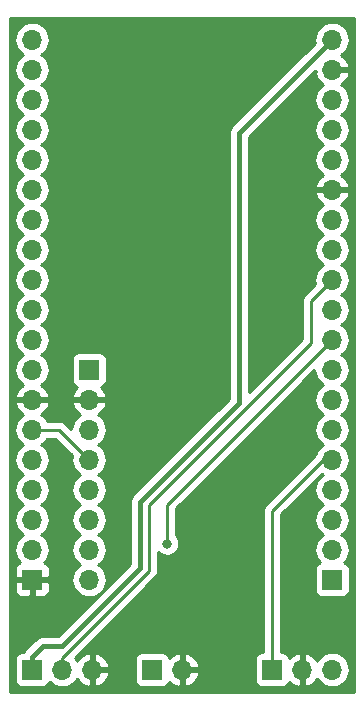
<source format=gbr>
G04 #@! TF.GenerationSoftware,KiCad,Pcbnew,(5.1.4)-1*
G04 #@! TF.CreationDate,2019-11-28T20:23:01+01:00*
G04 #@! TF.ProjectId,zillo-mini-devkit,7a696c6c-6f2d-46d6-996e-692d6465766b,rev?*
G04 #@! TF.SameCoordinates,Original*
G04 #@! TF.FileFunction,Copper,L1,Top*
G04 #@! TF.FilePolarity,Positive*
%FSLAX46Y46*%
G04 Gerber Fmt 4.6, Leading zero omitted, Abs format (unit mm)*
G04 Created by KiCad (PCBNEW (5.1.4)-1) date 2019-11-28 20:23:01*
%MOMM*%
%LPD*%
G04 APERTURE LIST*
%ADD10R,1.700000X1.700000*%
%ADD11O,1.700000X1.700000*%
%ADD12C,0.800000*%
%ADD13C,0.250000*%
%ADD14C,0.400000*%
%ADD15C,0.254000*%
G04 APERTURE END LIST*
D10*
X53340000Y-96520000D03*
D11*
X55880000Y-96520000D03*
X58420000Y-96520000D03*
D10*
X37846000Y-71120000D03*
D11*
X37846000Y-73660000D03*
X37846000Y-76200000D03*
X37846000Y-78740000D03*
X37846000Y-81280000D03*
X37846000Y-83820000D03*
X37846000Y-86360000D03*
X37846000Y-88900000D03*
D10*
X58420000Y-88900000D03*
D11*
X58420000Y-86360000D03*
X58420000Y-83820000D03*
X58420000Y-81280000D03*
X58420000Y-78740000D03*
X58420000Y-76200000D03*
X58420000Y-73660000D03*
X58420000Y-71120000D03*
X58420000Y-68580000D03*
X58420000Y-66040000D03*
X58420000Y-63500000D03*
X58420000Y-60960000D03*
X58420000Y-58420000D03*
X58420000Y-55880000D03*
X58420000Y-53340000D03*
X58420000Y-50800000D03*
X58420000Y-48260000D03*
X58420000Y-45720000D03*
X58420000Y-43180000D03*
D10*
X33020000Y-88900000D03*
D11*
X33020000Y-86360000D03*
X33020000Y-83820000D03*
X33020000Y-81280000D03*
X33020000Y-78740000D03*
X33020000Y-76200000D03*
X33020000Y-73660000D03*
X33020000Y-71120000D03*
X33020000Y-68580000D03*
X33020000Y-66040000D03*
X33020000Y-63500000D03*
X33020000Y-60960000D03*
X33020000Y-58420000D03*
X33020000Y-55880000D03*
X33020000Y-53340000D03*
X33020000Y-50800000D03*
X33020000Y-48260000D03*
X33020000Y-45720000D03*
X33020000Y-43180000D03*
D10*
X43180000Y-96520000D03*
D11*
X45720000Y-96520000D03*
D10*
X33020000Y-96520000D03*
D11*
X35560000Y-96520000D03*
X38100000Y-96520000D03*
D12*
X44450000Y-85852000D03*
D13*
X35306000Y-76200000D02*
X37846000Y-78740000D01*
X33020000Y-76200000D02*
X35306000Y-76200000D01*
D14*
X42164000Y-82296000D02*
X50546000Y-73914000D01*
X50546000Y-51054000D02*
X58420000Y-43180000D01*
X50546000Y-73914000D02*
X50546000Y-51054000D01*
X35560000Y-94488000D02*
X42164000Y-87884000D01*
X33952000Y-94488000D02*
X35560000Y-94488000D01*
X33020000Y-95420000D02*
X33952000Y-94488000D01*
X33020000Y-96520000D02*
X33020000Y-95420000D01*
X42164000Y-87884000D02*
X42164000Y-87122000D01*
D13*
X42164000Y-87376000D02*
X42164000Y-87122000D01*
D14*
X42164000Y-87122000D02*
X42164000Y-82296000D01*
D13*
X56642000Y-65278000D02*
X58420000Y-63500000D01*
X56642000Y-68834000D02*
X56642000Y-65278000D01*
X42926000Y-82550000D02*
X56642000Y-68834000D01*
X42926000Y-88138000D02*
X42926000Y-87630000D01*
X35560000Y-95504000D02*
X42926000Y-88138000D01*
X35560000Y-96520000D02*
X35560000Y-95504000D01*
X42926000Y-87884000D02*
X42926000Y-87630000D01*
X42926000Y-87630000D02*
X42926000Y-82550000D01*
X57658000Y-78740000D02*
X58420000Y-78740000D01*
X53340000Y-96520000D02*
X53340000Y-83058000D01*
X53340000Y-83058000D02*
X57658000Y-78740000D01*
X48006000Y-78994000D02*
X58420000Y-68580000D01*
X44450000Y-82550000D02*
X48006000Y-78994000D01*
X44450000Y-85772000D02*
X44450000Y-85598000D01*
X44450000Y-85598000D02*
X44450000Y-82550000D01*
D15*
G36*
X60275001Y-98375000D02*
G01*
X31165000Y-98375000D01*
X31165000Y-95670000D01*
X31531928Y-95670000D01*
X31531928Y-97370000D01*
X31544188Y-97494482D01*
X31580498Y-97614180D01*
X31639463Y-97724494D01*
X31718815Y-97821185D01*
X31815506Y-97900537D01*
X31925820Y-97959502D01*
X32045518Y-97995812D01*
X32170000Y-98008072D01*
X33870000Y-98008072D01*
X33994482Y-97995812D01*
X34114180Y-97959502D01*
X34224494Y-97900537D01*
X34321185Y-97821185D01*
X34400537Y-97724494D01*
X34459502Y-97614180D01*
X34480393Y-97545313D01*
X34504866Y-97575134D01*
X34730986Y-97760706D01*
X34988966Y-97898599D01*
X35268889Y-97983513D01*
X35487050Y-98005000D01*
X35632950Y-98005000D01*
X35851111Y-97983513D01*
X36131034Y-97898599D01*
X36389014Y-97760706D01*
X36615134Y-97575134D01*
X36800706Y-97349014D01*
X36835201Y-97284477D01*
X36904822Y-97401355D01*
X37099731Y-97617588D01*
X37333080Y-97791641D01*
X37595901Y-97916825D01*
X37743110Y-97961476D01*
X37973000Y-97840155D01*
X37973000Y-96647000D01*
X38227000Y-96647000D01*
X38227000Y-97840155D01*
X38456890Y-97961476D01*
X38604099Y-97916825D01*
X38866920Y-97791641D01*
X39100269Y-97617588D01*
X39295178Y-97401355D01*
X39444157Y-97151252D01*
X39541481Y-96876891D01*
X39420814Y-96647000D01*
X38227000Y-96647000D01*
X37973000Y-96647000D01*
X37953000Y-96647000D01*
X37953000Y-96393000D01*
X37973000Y-96393000D01*
X37973000Y-95199845D01*
X38227000Y-95199845D01*
X38227000Y-96393000D01*
X39420814Y-96393000D01*
X39541481Y-96163109D01*
X39444157Y-95888748D01*
X39313856Y-95670000D01*
X41691928Y-95670000D01*
X41691928Y-97370000D01*
X41704188Y-97494482D01*
X41740498Y-97614180D01*
X41799463Y-97724494D01*
X41878815Y-97821185D01*
X41975506Y-97900537D01*
X42085820Y-97959502D01*
X42205518Y-97995812D01*
X42330000Y-98008072D01*
X44030000Y-98008072D01*
X44154482Y-97995812D01*
X44274180Y-97959502D01*
X44384494Y-97900537D01*
X44481185Y-97821185D01*
X44560537Y-97724494D01*
X44619502Y-97614180D01*
X44643966Y-97533534D01*
X44719731Y-97617588D01*
X44953080Y-97791641D01*
X45215901Y-97916825D01*
X45363110Y-97961476D01*
X45593000Y-97840155D01*
X45593000Y-96647000D01*
X45847000Y-96647000D01*
X45847000Y-97840155D01*
X46076890Y-97961476D01*
X46224099Y-97916825D01*
X46486920Y-97791641D01*
X46720269Y-97617588D01*
X46915178Y-97401355D01*
X47064157Y-97151252D01*
X47161481Y-96876891D01*
X47040814Y-96647000D01*
X45847000Y-96647000D01*
X45593000Y-96647000D01*
X45573000Y-96647000D01*
X45573000Y-96393000D01*
X45593000Y-96393000D01*
X45593000Y-95199845D01*
X45847000Y-95199845D01*
X45847000Y-96393000D01*
X47040814Y-96393000D01*
X47161481Y-96163109D01*
X47064157Y-95888748D01*
X46915178Y-95638645D01*
X46720269Y-95422412D01*
X46486920Y-95248359D01*
X46224099Y-95123175D01*
X46076890Y-95078524D01*
X45847000Y-95199845D01*
X45593000Y-95199845D01*
X45363110Y-95078524D01*
X45215901Y-95123175D01*
X44953080Y-95248359D01*
X44719731Y-95422412D01*
X44643966Y-95506466D01*
X44619502Y-95425820D01*
X44560537Y-95315506D01*
X44481185Y-95218815D01*
X44384494Y-95139463D01*
X44274180Y-95080498D01*
X44154482Y-95044188D01*
X44030000Y-95031928D01*
X42330000Y-95031928D01*
X42205518Y-95044188D01*
X42085820Y-95080498D01*
X41975506Y-95139463D01*
X41878815Y-95218815D01*
X41799463Y-95315506D01*
X41740498Y-95425820D01*
X41704188Y-95545518D01*
X41691928Y-95670000D01*
X39313856Y-95670000D01*
X39295178Y-95638645D01*
X39100269Y-95422412D01*
X38866920Y-95248359D01*
X38604099Y-95123175D01*
X38456890Y-95078524D01*
X38227000Y-95199845D01*
X37973000Y-95199845D01*
X37743110Y-95078524D01*
X37595901Y-95123175D01*
X37333080Y-95248359D01*
X37099731Y-95422412D01*
X36904822Y-95638645D01*
X36835201Y-95755523D01*
X36800706Y-95690986D01*
X36641639Y-95497162D01*
X43437004Y-88701798D01*
X43466001Y-88678001D01*
X43522720Y-88608889D01*
X43560974Y-88562277D01*
X43631546Y-88430247D01*
X43655844Y-88350145D01*
X43675003Y-88286986D01*
X43686000Y-88175333D01*
X43686000Y-88175324D01*
X43689676Y-88138001D01*
X43686000Y-88100678D01*
X43686000Y-86551711D01*
X43790226Y-86655937D01*
X43959744Y-86769205D01*
X44148102Y-86847226D01*
X44348061Y-86887000D01*
X44551939Y-86887000D01*
X44751898Y-86847226D01*
X44940256Y-86769205D01*
X45109774Y-86655937D01*
X45253937Y-86511774D01*
X45367205Y-86342256D01*
X45445226Y-86153898D01*
X45485000Y-85953939D01*
X45485000Y-85750061D01*
X45445226Y-85550102D01*
X45367205Y-85361744D01*
X45253937Y-85192226D01*
X45210000Y-85148289D01*
X45210000Y-82864801D01*
X48569799Y-79505004D01*
X48569808Y-79504993D01*
X56930235Y-71144567D01*
X56956487Y-71411111D01*
X57041401Y-71691034D01*
X57179294Y-71949014D01*
X57364866Y-72175134D01*
X57590986Y-72360706D01*
X57645791Y-72390000D01*
X57590986Y-72419294D01*
X57364866Y-72604866D01*
X57179294Y-72830986D01*
X57041401Y-73088966D01*
X56956487Y-73368889D01*
X56927815Y-73660000D01*
X56956487Y-73951111D01*
X57041401Y-74231034D01*
X57179294Y-74489014D01*
X57364866Y-74715134D01*
X57590986Y-74900706D01*
X57645791Y-74930000D01*
X57590986Y-74959294D01*
X57364866Y-75144866D01*
X57179294Y-75370986D01*
X57041401Y-75628966D01*
X56956487Y-75908889D01*
X56927815Y-76200000D01*
X56956487Y-76491111D01*
X57041401Y-76771034D01*
X57179294Y-77029014D01*
X57364866Y-77255134D01*
X57590986Y-77440706D01*
X57645791Y-77470000D01*
X57590986Y-77499294D01*
X57364866Y-77684866D01*
X57179294Y-77910986D01*
X57041401Y-78168966D01*
X56992270Y-78330928D01*
X52828998Y-82494201D01*
X52800000Y-82517999D01*
X52776202Y-82546997D01*
X52776201Y-82546998D01*
X52705026Y-82633724D01*
X52634454Y-82765754D01*
X52590998Y-82909015D01*
X52576324Y-83058000D01*
X52580001Y-83095332D01*
X52580000Y-95031928D01*
X52490000Y-95031928D01*
X52365518Y-95044188D01*
X52245820Y-95080498D01*
X52135506Y-95139463D01*
X52038815Y-95218815D01*
X51959463Y-95315506D01*
X51900498Y-95425820D01*
X51864188Y-95545518D01*
X51851928Y-95670000D01*
X51851928Y-97370000D01*
X51864188Y-97494482D01*
X51900498Y-97614180D01*
X51959463Y-97724494D01*
X52038815Y-97821185D01*
X52135506Y-97900537D01*
X52245820Y-97959502D01*
X52365518Y-97995812D01*
X52490000Y-98008072D01*
X54190000Y-98008072D01*
X54314482Y-97995812D01*
X54434180Y-97959502D01*
X54544494Y-97900537D01*
X54641185Y-97821185D01*
X54720537Y-97724494D01*
X54779502Y-97614180D01*
X54803966Y-97533534D01*
X54879731Y-97617588D01*
X55113080Y-97791641D01*
X55375901Y-97916825D01*
X55523110Y-97961476D01*
X55753000Y-97840155D01*
X55753000Y-96647000D01*
X55733000Y-96647000D01*
X55733000Y-96393000D01*
X55753000Y-96393000D01*
X55753000Y-95199845D01*
X56007000Y-95199845D01*
X56007000Y-96393000D01*
X56027000Y-96393000D01*
X56027000Y-96647000D01*
X56007000Y-96647000D01*
X56007000Y-97840155D01*
X56236890Y-97961476D01*
X56384099Y-97916825D01*
X56646920Y-97791641D01*
X56880269Y-97617588D01*
X57075178Y-97401355D01*
X57144799Y-97284477D01*
X57179294Y-97349014D01*
X57364866Y-97575134D01*
X57590986Y-97760706D01*
X57848966Y-97898599D01*
X58128889Y-97983513D01*
X58347050Y-98005000D01*
X58492950Y-98005000D01*
X58711111Y-97983513D01*
X58991034Y-97898599D01*
X59249014Y-97760706D01*
X59475134Y-97575134D01*
X59660706Y-97349014D01*
X59798599Y-97091034D01*
X59883513Y-96811111D01*
X59912185Y-96520000D01*
X59883513Y-96228889D01*
X59798599Y-95948966D01*
X59660706Y-95690986D01*
X59475134Y-95464866D01*
X59249014Y-95279294D01*
X58991034Y-95141401D01*
X58711111Y-95056487D01*
X58492950Y-95035000D01*
X58347050Y-95035000D01*
X58128889Y-95056487D01*
X57848966Y-95141401D01*
X57590986Y-95279294D01*
X57364866Y-95464866D01*
X57179294Y-95690986D01*
X57144799Y-95755523D01*
X57075178Y-95638645D01*
X56880269Y-95422412D01*
X56646920Y-95248359D01*
X56384099Y-95123175D01*
X56236890Y-95078524D01*
X56007000Y-95199845D01*
X55753000Y-95199845D01*
X55523110Y-95078524D01*
X55375901Y-95123175D01*
X55113080Y-95248359D01*
X54879731Y-95422412D01*
X54803966Y-95506466D01*
X54779502Y-95425820D01*
X54720537Y-95315506D01*
X54641185Y-95218815D01*
X54544494Y-95139463D01*
X54434180Y-95080498D01*
X54314482Y-95044188D01*
X54190000Y-95031928D01*
X54100000Y-95031928D01*
X54100000Y-83372801D01*
X57536671Y-79936131D01*
X57590986Y-79980706D01*
X57645791Y-80010000D01*
X57590986Y-80039294D01*
X57364866Y-80224866D01*
X57179294Y-80450986D01*
X57041401Y-80708966D01*
X56956487Y-80988889D01*
X56927815Y-81280000D01*
X56956487Y-81571111D01*
X57041401Y-81851034D01*
X57179294Y-82109014D01*
X57364866Y-82335134D01*
X57590986Y-82520706D01*
X57645791Y-82550000D01*
X57590986Y-82579294D01*
X57364866Y-82764866D01*
X57179294Y-82990986D01*
X57041401Y-83248966D01*
X56956487Y-83528889D01*
X56927815Y-83820000D01*
X56956487Y-84111111D01*
X57041401Y-84391034D01*
X57179294Y-84649014D01*
X57364866Y-84875134D01*
X57590986Y-85060706D01*
X57645791Y-85090000D01*
X57590986Y-85119294D01*
X57364866Y-85304866D01*
X57179294Y-85530986D01*
X57041401Y-85788966D01*
X56956487Y-86068889D01*
X56927815Y-86360000D01*
X56956487Y-86651111D01*
X57041401Y-86931034D01*
X57179294Y-87189014D01*
X57364866Y-87415134D01*
X57394687Y-87439607D01*
X57325820Y-87460498D01*
X57215506Y-87519463D01*
X57118815Y-87598815D01*
X57039463Y-87695506D01*
X56980498Y-87805820D01*
X56944188Y-87925518D01*
X56931928Y-88050000D01*
X56931928Y-89750000D01*
X56944188Y-89874482D01*
X56980498Y-89994180D01*
X57039463Y-90104494D01*
X57118815Y-90201185D01*
X57215506Y-90280537D01*
X57325820Y-90339502D01*
X57445518Y-90375812D01*
X57570000Y-90388072D01*
X59270000Y-90388072D01*
X59394482Y-90375812D01*
X59514180Y-90339502D01*
X59624494Y-90280537D01*
X59721185Y-90201185D01*
X59800537Y-90104494D01*
X59859502Y-89994180D01*
X59895812Y-89874482D01*
X59908072Y-89750000D01*
X59908072Y-88050000D01*
X59895812Y-87925518D01*
X59859502Y-87805820D01*
X59800537Y-87695506D01*
X59721185Y-87598815D01*
X59624494Y-87519463D01*
X59514180Y-87460498D01*
X59445313Y-87439607D01*
X59475134Y-87415134D01*
X59660706Y-87189014D01*
X59798599Y-86931034D01*
X59883513Y-86651111D01*
X59912185Y-86360000D01*
X59883513Y-86068889D01*
X59798599Y-85788966D01*
X59660706Y-85530986D01*
X59475134Y-85304866D01*
X59249014Y-85119294D01*
X59194209Y-85090000D01*
X59249014Y-85060706D01*
X59475134Y-84875134D01*
X59660706Y-84649014D01*
X59798599Y-84391034D01*
X59883513Y-84111111D01*
X59912185Y-83820000D01*
X59883513Y-83528889D01*
X59798599Y-83248966D01*
X59660706Y-82990986D01*
X59475134Y-82764866D01*
X59249014Y-82579294D01*
X59194209Y-82550000D01*
X59249014Y-82520706D01*
X59475134Y-82335134D01*
X59660706Y-82109014D01*
X59798599Y-81851034D01*
X59883513Y-81571111D01*
X59912185Y-81280000D01*
X59883513Y-80988889D01*
X59798599Y-80708966D01*
X59660706Y-80450986D01*
X59475134Y-80224866D01*
X59249014Y-80039294D01*
X59194209Y-80010000D01*
X59249014Y-79980706D01*
X59475134Y-79795134D01*
X59660706Y-79569014D01*
X59798599Y-79311034D01*
X59883513Y-79031111D01*
X59912185Y-78740000D01*
X59883513Y-78448889D01*
X59798599Y-78168966D01*
X59660706Y-77910986D01*
X59475134Y-77684866D01*
X59249014Y-77499294D01*
X59194209Y-77470000D01*
X59249014Y-77440706D01*
X59475134Y-77255134D01*
X59660706Y-77029014D01*
X59798599Y-76771034D01*
X59883513Y-76491111D01*
X59912185Y-76200000D01*
X59883513Y-75908889D01*
X59798599Y-75628966D01*
X59660706Y-75370986D01*
X59475134Y-75144866D01*
X59249014Y-74959294D01*
X59194209Y-74930000D01*
X59249014Y-74900706D01*
X59475134Y-74715134D01*
X59660706Y-74489014D01*
X59798599Y-74231034D01*
X59883513Y-73951111D01*
X59912185Y-73660000D01*
X59883513Y-73368889D01*
X59798599Y-73088966D01*
X59660706Y-72830986D01*
X59475134Y-72604866D01*
X59249014Y-72419294D01*
X59194209Y-72390000D01*
X59249014Y-72360706D01*
X59475134Y-72175134D01*
X59660706Y-71949014D01*
X59798599Y-71691034D01*
X59883513Y-71411111D01*
X59912185Y-71120000D01*
X59883513Y-70828889D01*
X59798599Y-70548966D01*
X59660706Y-70290986D01*
X59475134Y-70064866D01*
X59249014Y-69879294D01*
X59194209Y-69850000D01*
X59249014Y-69820706D01*
X59475134Y-69635134D01*
X59660706Y-69409014D01*
X59798599Y-69151034D01*
X59883513Y-68871111D01*
X59912185Y-68580000D01*
X59883513Y-68288889D01*
X59798599Y-68008966D01*
X59660706Y-67750986D01*
X59475134Y-67524866D01*
X59249014Y-67339294D01*
X59194209Y-67310000D01*
X59249014Y-67280706D01*
X59475134Y-67095134D01*
X59660706Y-66869014D01*
X59798599Y-66611034D01*
X59883513Y-66331111D01*
X59912185Y-66040000D01*
X59883513Y-65748889D01*
X59798599Y-65468966D01*
X59660706Y-65210986D01*
X59475134Y-64984866D01*
X59249014Y-64799294D01*
X59194209Y-64770000D01*
X59249014Y-64740706D01*
X59475134Y-64555134D01*
X59660706Y-64329014D01*
X59798599Y-64071034D01*
X59883513Y-63791111D01*
X59912185Y-63500000D01*
X59883513Y-63208889D01*
X59798599Y-62928966D01*
X59660706Y-62670986D01*
X59475134Y-62444866D01*
X59249014Y-62259294D01*
X59194209Y-62230000D01*
X59249014Y-62200706D01*
X59475134Y-62015134D01*
X59660706Y-61789014D01*
X59798599Y-61531034D01*
X59883513Y-61251111D01*
X59912185Y-60960000D01*
X59883513Y-60668889D01*
X59798599Y-60388966D01*
X59660706Y-60130986D01*
X59475134Y-59904866D01*
X59249014Y-59719294D01*
X59194209Y-59690000D01*
X59249014Y-59660706D01*
X59475134Y-59475134D01*
X59660706Y-59249014D01*
X59798599Y-58991034D01*
X59883513Y-58711111D01*
X59912185Y-58420000D01*
X59883513Y-58128889D01*
X59798599Y-57848966D01*
X59660706Y-57590986D01*
X59475134Y-57364866D01*
X59249014Y-57179294D01*
X59184477Y-57144799D01*
X59301355Y-57075178D01*
X59517588Y-56880269D01*
X59691641Y-56646920D01*
X59816825Y-56384099D01*
X59861476Y-56236890D01*
X59740155Y-56007000D01*
X58547000Y-56007000D01*
X58547000Y-56027000D01*
X58293000Y-56027000D01*
X58293000Y-56007000D01*
X57099845Y-56007000D01*
X56978524Y-56236890D01*
X57023175Y-56384099D01*
X57148359Y-56646920D01*
X57322412Y-56880269D01*
X57538645Y-57075178D01*
X57655523Y-57144799D01*
X57590986Y-57179294D01*
X57364866Y-57364866D01*
X57179294Y-57590986D01*
X57041401Y-57848966D01*
X56956487Y-58128889D01*
X56927815Y-58420000D01*
X56956487Y-58711111D01*
X57041401Y-58991034D01*
X57179294Y-59249014D01*
X57364866Y-59475134D01*
X57590986Y-59660706D01*
X57645791Y-59690000D01*
X57590986Y-59719294D01*
X57364866Y-59904866D01*
X57179294Y-60130986D01*
X57041401Y-60388966D01*
X56956487Y-60668889D01*
X56927815Y-60960000D01*
X56956487Y-61251111D01*
X57041401Y-61531034D01*
X57179294Y-61789014D01*
X57364866Y-62015134D01*
X57590986Y-62200706D01*
X57645791Y-62230000D01*
X57590986Y-62259294D01*
X57364866Y-62444866D01*
X57179294Y-62670986D01*
X57041401Y-62928966D01*
X56956487Y-63208889D01*
X56927815Y-63500000D01*
X56956487Y-63791111D01*
X56979203Y-63865995D01*
X56130998Y-64714201D01*
X56102000Y-64737999D01*
X56078202Y-64766997D01*
X56078201Y-64766998D01*
X56007026Y-64853724D01*
X55936454Y-64985754D01*
X55892998Y-65129015D01*
X55878324Y-65278000D01*
X55882001Y-65315332D01*
X55882000Y-68519198D01*
X51381000Y-73020198D01*
X51381000Y-51399867D01*
X56935000Y-45845869D01*
X56935000Y-45847002D01*
X57099844Y-45847002D01*
X56978524Y-46076890D01*
X57023175Y-46224099D01*
X57148359Y-46486920D01*
X57322412Y-46720269D01*
X57538645Y-46915178D01*
X57655523Y-46984799D01*
X57590986Y-47019294D01*
X57364866Y-47204866D01*
X57179294Y-47430986D01*
X57041401Y-47688966D01*
X56956487Y-47968889D01*
X56927815Y-48260000D01*
X56956487Y-48551111D01*
X57041401Y-48831034D01*
X57179294Y-49089014D01*
X57364866Y-49315134D01*
X57590986Y-49500706D01*
X57645791Y-49530000D01*
X57590986Y-49559294D01*
X57364866Y-49744866D01*
X57179294Y-49970986D01*
X57041401Y-50228966D01*
X56956487Y-50508889D01*
X56927815Y-50800000D01*
X56956487Y-51091111D01*
X57041401Y-51371034D01*
X57179294Y-51629014D01*
X57364866Y-51855134D01*
X57590986Y-52040706D01*
X57645791Y-52070000D01*
X57590986Y-52099294D01*
X57364866Y-52284866D01*
X57179294Y-52510986D01*
X57041401Y-52768966D01*
X56956487Y-53048889D01*
X56927815Y-53340000D01*
X56956487Y-53631111D01*
X57041401Y-53911034D01*
X57179294Y-54169014D01*
X57364866Y-54395134D01*
X57590986Y-54580706D01*
X57655523Y-54615201D01*
X57538645Y-54684822D01*
X57322412Y-54879731D01*
X57148359Y-55113080D01*
X57023175Y-55375901D01*
X56978524Y-55523110D01*
X57099845Y-55753000D01*
X58293000Y-55753000D01*
X58293000Y-55733000D01*
X58547000Y-55733000D01*
X58547000Y-55753000D01*
X59740155Y-55753000D01*
X59861476Y-55523110D01*
X59816825Y-55375901D01*
X59691641Y-55113080D01*
X59517588Y-54879731D01*
X59301355Y-54684822D01*
X59184477Y-54615201D01*
X59249014Y-54580706D01*
X59475134Y-54395134D01*
X59660706Y-54169014D01*
X59798599Y-53911034D01*
X59883513Y-53631111D01*
X59912185Y-53340000D01*
X59883513Y-53048889D01*
X59798599Y-52768966D01*
X59660706Y-52510986D01*
X59475134Y-52284866D01*
X59249014Y-52099294D01*
X59194209Y-52070000D01*
X59249014Y-52040706D01*
X59475134Y-51855134D01*
X59660706Y-51629014D01*
X59798599Y-51371034D01*
X59883513Y-51091111D01*
X59912185Y-50800000D01*
X59883513Y-50508889D01*
X59798599Y-50228966D01*
X59660706Y-49970986D01*
X59475134Y-49744866D01*
X59249014Y-49559294D01*
X59194209Y-49530000D01*
X59249014Y-49500706D01*
X59475134Y-49315134D01*
X59660706Y-49089014D01*
X59798599Y-48831034D01*
X59883513Y-48551111D01*
X59912185Y-48260000D01*
X59883513Y-47968889D01*
X59798599Y-47688966D01*
X59660706Y-47430986D01*
X59475134Y-47204866D01*
X59249014Y-47019294D01*
X59184477Y-46984799D01*
X59301355Y-46915178D01*
X59517588Y-46720269D01*
X59691641Y-46486920D01*
X59816825Y-46224099D01*
X59861476Y-46076890D01*
X59740155Y-45847000D01*
X58547000Y-45847000D01*
X58547000Y-45867000D01*
X58293000Y-45867000D01*
X58293000Y-45847000D01*
X58273000Y-45847000D01*
X58273000Y-45593000D01*
X58293000Y-45593000D01*
X58293000Y-45573000D01*
X58547000Y-45573000D01*
X58547000Y-45593000D01*
X59740155Y-45593000D01*
X59861476Y-45363110D01*
X59816825Y-45215901D01*
X59691641Y-44953080D01*
X59517588Y-44719731D01*
X59301355Y-44524822D01*
X59184477Y-44455201D01*
X59249014Y-44420706D01*
X59475134Y-44235134D01*
X59660706Y-44009014D01*
X59798599Y-43751034D01*
X59883513Y-43471111D01*
X59912185Y-43180000D01*
X59883513Y-42888889D01*
X59798599Y-42608966D01*
X59660706Y-42350986D01*
X59475134Y-42124866D01*
X59249014Y-41939294D01*
X58991034Y-41801401D01*
X58711111Y-41716487D01*
X58492950Y-41695000D01*
X58347050Y-41695000D01*
X58128889Y-41716487D01*
X57848966Y-41801401D01*
X57590986Y-41939294D01*
X57364866Y-42124866D01*
X57179294Y-42350986D01*
X57041401Y-42608966D01*
X56956487Y-42888889D01*
X56927815Y-43180000D01*
X56955728Y-43463403D01*
X49984574Y-50434559D01*
X49952710Y-50460709D01*
X49926562Y-50492571D01*
X49848364Y-50587855D01*
X49770828Y-50732914D01*
X49723082Y-50890312D01*
X49706960Y-51054000D01*
X49711001Y-51095029D01*
X49711000Y-73568132D01*
X41602574Y-81676559D01*
X41570710Y-81702709D01*
X41544562Y-81734571D01*
X41466364Y-81829855D01*
X41388828Y-81974914D01*
X41341082Y-82132312D01*
X41324960Y-82296000D01*
X41329001Y-82337028D01*
X41329000Y-87080981D01*
X41329000Y-87538132D01*
X35214133Y-93653000D01*
X33993018Y-93653000D01*
X33951999Y-93648960D01*
X33910981Y-93653000D01*
X33788311Y-93665082D01*
X33630913Y-93712828D01*
X33485854Y-93790364D01*
X33358709Y-93894709D01*
X33332561Y-93926571D01*
X32458574Y-94800559D01*
X32426710Y-94826709D01*
X32345907Y-94925168D01*
X32322364Y-94953855D01*
X32280633Y-95031928D01*
X32170000Y-95031928D01*
X32045518Y-95044188D01*
X31925820Y-95080498D01*
X31815506Y-95139463D01*
X31718815Y-95218815D01*
X31639463Y-95315506D01*
X31580498Y-95425820D01*
X31544188Y-95545518D01*
X31531928Y-95670000D01*
X31165000Y-95670000D01*
X31165000Y-89750000D01*
X31531928Y-89750000D01*
X31544188Y-89874482D01*
X31580498Y-89994180D01*
X31639463Y-90104494D01*
X31718815Y-90201185D01*
X31815506Y-90280537D01*
X31925820Y-90339502D01*
X32045518Y-90375812D01*
X32170000Y-90388072D01*
X32734250Y-90385000D01*
X32893000Y-90226250D01*
X32893000Y-89027000D01*
X33147000Y-89027000D01*
X33147000Y-90226250D01*
X33305750Y-90385000D01*
X33870000Y-90388072D01*
X33994482Y-90375812D01*
X34114180Y-90339502D01*
X34224494Y-90280537D01*
X34321185Y-90201185D01*
X34400537Y-90104494D01*
X34459502Y-89994180D01*
X34495812Y-89874482D01*
X34508072Y-89750000D01*
X34505000Y-89185750D01*
X34346250Y-89027000D01*
X33147000Y-89027000D01*
X32893000Y-89027000D01*
X31693750Y-89027000D01*
X31535000Y-89185750D01*
X31531928Y-89750000D01*
X31165000Y-89750000D01*
X31165000Y-76200000D01*
X31527815Y-76200000D01*
X31556487Y-76491111D01*
X31641401Y-76771034D01*
X31779294Y-77029014D01*
X31964866Y-77255134D01*
X32190986Y-77440706D01*
X32245791Y-77470000D01*
X32190986Y-77499294D01*
X31964866Y-77684866D01*
X31779294Y-77910986D01*
X31641401Y-78168966D01*
X31556487Y-78448889D01*
X31527815Y-78740000D01*
X31556487Y-79031111D01*
X31641401Y-79311034D01*
X31779294Y-79569014D01*
X31964866Y-79795134D01*
X32190986Y-79980706D01*
X32245791Y-80010000D01*
X32190986Y-80039294D01*
X31964866Y-80224866D01*
X31779294Y-80450986D01*
X31641401Y-80708966D01*
X31556487Y-80988889D01*
X31527815Y-81280000D01*
X31556487Y-81571111D01*
X31641401Y-81851034D01*
X31779294Y-82109014D01*
X31964866Y-82335134D01*
X32190986Y-82520706D01*
X32245791Y-82550000D01*
X32190986Y-82579294D01*
X31964866Y-82764866D01*
X31779294Y-82990986D01*
X31641401Y-83248966D01*
X31556487Y-83528889D01*
X31527815Y-83820000D01*
X31556487Y-84111111D01*
X31641401Y-84391034D01*
X31779294Y-84649014D01*
X31964866Y-84875134D01*
X32190986Y-85060706D01*
X32245791Y-85090000D01*
X32190986Y-85119294D01*
X31964866Y-85304866D01*
X31779294Y-85530986D01*
X31641401Y-85788966D01*
X31556487Y-86068889D01*
X31527815Y-86360000D01*
X31556487Y-86651111D01*
X31641401Y-86931034D01*
X31779294Y-87189014D01*
X31964866Y-87415134D01*
X31994687Y-87439607D01*
X31925820Y-87460498D01*
X31815506Y-87519463D01*
X31718815Y-87598815D01*
X31639463Y-87695506D01*
X31580498Y-87805820D01*
X31544188Y-87925518D01*
X31531928Y-88050000D01*
X31535000Y-88614250D01*
X31693750Y-88773000D01*
X32893000Y-88773000D01*
X32893000Y-88753000D01*
X33147000Y-88753000D01*
X33147000Y-88773000D01*
X34346250Y-88773000D01*
X34505000Y-88614250D01*
X34508072Y-88050000D01*
X34495812Y-87925518D01*
X34459502Y-87805820D01*
X34400537Y-87695506D01*
X34321185Y-87598815D01*
X34224494Y-87519463D01*
X34114180Y-87460498D01*
X34045313Y-87439607D01*
X34075134Y-87415134D01*
X34260706Y-87189014D01*
X34398599Y-86931034D01*
X34483513Y-86651111D01*
X34512185Y-86360000D01*
X34483513Y-86068889D01*
X34398599Y-85788966D01*
X34260706Y-85530986D01*
X34075134Y-85304866D01*
X33849014Y-85119294D01*
X33794209Y-85090000D01*
X33849014Y-85060706D01*
X34075134Y-84875134D01*
X34260706Y-84649014D01*
X34398599Y-84391034D01*
X34483513Y-84111111D01*
X34512185Y-83820000D01*
X34483513Y-83528889D01*
X34398599Y-83248966D01*
X34260706Y-82990986D01*
X34075134Y-82764866D01*
X33849014Y-82579294D01*
X33794209Y-82550000D01*
X33849014Y-82520706D01*
X34075134Y-82335134D01*
X34260706Y-82109014D01*
X34398599Y-81851034D01*
X34483513Y-81571111D01*
X34512185Y-81280000D01*
X34483513Y-80988889D01*
X34398599Y-80708966D01*
X34260706Y-80450986D01*
X34075134Y-80224866D01*
X33849014Y-80039294D01*
X33794209Y-80010000D01*
X33849014Y-79980706D01*
X34075134Y-79795134D01*
X34260706Y-79569014D01*
X34398599Y-79311034D01*
X34483513Y-79031111D01*
X34512185Y-78740000D01*
X34483513Y-78448889D01*
X34398599Y-78168966D01*
X34260706Y-77910986D01*
X34075134Y-77684866D01*
X33849014Y-77499294D01*
X33794209Y-77470000D01*
X33849014Y-77440706D01*
X34075134Y-77255134D01*
X34260706Y-77029014D01*
X34297595Y-76960000D01*
X34991199Y-76960000D01*
X36405203Y-78374005D01*
X36382487Y-78448889D01*
X36353815Y-78740000D01*
X36382487Y-79031111D01*
X36467401Y-79311034D01*
X36605294Y-79569014D01*
X36790866Y-79795134D01*
X37016986Y-79980706D01*
X37071791Y-80010000D01*
X37016986Y-80039294D01*
X36790866Y-80224866D01*
X36605294Y-80450986D01*
X36467401Y-80708966D01*
X36382487Y-80988889D01*
X36353815Y-81280000D01*
X36382487Y-81571111D01*
X36467401Y-81851034D01*
X36605294Y-82109014D01*
X36790866Y-82335134D01*
X37016986Y-82520706D01*
X37071791Y-82550000D01*
X37016986Y-82579294D01*
X36790866Y-82764866D01*
X36605294Y-82990986D01*
X36467401Y-83248966D01*
X36382487Y-83528889D01*
X36353815Y-83820000D01*
X36382487Y-84111111D01*
X36467401Y-84391034D01*
X36605294Y-84649014D01*
X36790866Y-84875134D01*
X37016986Y-85060706D01*
X37071791Y-85090000D01*
X37016986Y-85119294D01*
X36790866Y-85304866D01*
X36605294Y-85530986D01*
X36467401Y-85788966D01*
X36382487Y-86068889D01*
X36353815Y-86360000D01*
X36382487Y-86651111D01*
X36467401Y-86931034D01*
X36605294Y-87189014D01*
X36790866Y-87415134D01*
X37016986Y-87600706D01*
X37071791Y-87630000D01*
X37016986Y-87659294D01*
X36790866Y-87844866D01*
X36605294Y-88070986D01*
X36467401Y-88328966D01*
X36382487Y-88608889D01*
X36353815Y-88900000D01*
X36382487Y-89191111D01*
X36467401Y-89471034D01*
X36605294Y-89729014D01*
X36790866Y-89955134D01*
X37016986Y-90140706D01*
X37274966Y-90278599D01*
X37554889Y-90363513D01*
X37773050Y-90385000D01*
X37918950Y-90385000D01*
X38137111Y-90363513D01*
X38417034Y-90278599D01*
X38675014Y-90140706D01*
X38901134Y-89955134D01*
X39086706Y-89729014D01*
X39224599Y-89471034D01*
X39309513Y-89191111D01*
X39338185Y-88900000D01*
X39309513Y-88608889D01*
X39224599Y-88328966D01*
X39086706Y-88070986D01*
X38901134Y-87844866D01*
X38675014Y-87659294D01*
X38620209Y-87630000D01*
X38675014Y-87600706D01*
X38901134Y-87415134D01*
X39086706Y-87189014D01*
X39224599Y-86931034D01*
X39309513Y-86651111D01*
X39338185Y-86360000D01*
X39309513Y-86068889D01*
X39224599Y-85788966D01*
X39086706Y-85530986D01*
X38901134Y-85304866D01*
X38675014Y-85119294D01*
X38620209Y-85090000D01*
X38675014Y-85060706D01*
X38901134Y-84875134D01*
X39086706Y-84649014D01*
X39224599Y-84391034D01*
X39309513Y-84111111D01*
X39338185Y-83820000D01*
X39309513Y-83528889D01*
X39224599Y-83248966D01*
X39086706Y-82990986D01*
X38901134Y-82764866D01*
X38675014Y-82579294D01*
X38620209Y-82550000D01*
X38675014Y-82520706D01*
X38901134Y-82335134D01*
X39086706Y-82109014D01*
X39224599Y-81851034D01*
X39309513Y-81571111D01*
X39338185Y-81280000D01*
X39309513Y-80988889D01*
X39224599Y-80708966D01*
X39086706Y-80450986D01*
X38901134Y-80224866D01*
X38675014Y-80039294D01*
X38620209Y-80010000D01*
X38675014Y-79980706D01*
X38901134Y-79795134D01*
X39086706Y-79569014D01*
X39224599Y-79311034D01*
X39309513Y-79031111D01*
X39338185Y-78740000D01*
X39309513Y-78448889D01*
X39224599Y-78168966D01*
X39086706Y-77910986D01*
X38901134Y-77684866D01*
X38675014Y-77499294D01*
X38620209Y-77470000D01*
X38675014Y-77440706D01*
X38901134Y-77255134D01*
X39086706Y-77029014D01*
X39224599Y-76771034D01*
X39309513Y-76491111D01*
X39338185Y-76200000D01*
X39309513Y-75908889D01*
X39224599Y-75628966D01*
X39086706Y-75370986D01*
X38901134Y-75144866D01*
X38675014Y-74959294D01*
X38610477Y-74924799D01*
X38727355Y-74855178D01*
X38943588Y-74660269D01*
X39117641Y-74426920D01*
X39242825Y-74164099D01*
X39287476Y-74016890D01*
X39166155Y-73787000D01*
X37973000Y-73787000D01*
X37973000Y-73807000D01*
X37719000Y-73807000D01*
X37719000Y-73787000D01*
X36525845Y-73787000D01*
X36404524Y-74016890D01*
X36449175Y-74164099D01*
X36574359Y-74426920D01*
X36748412Y-74660269D01*
X36964645Y-74855178D01*
X37081523Y-74924799D01*
X37016986Y-74959294D01*
X36790866Y-75144866D01*
X36605294Y-75370986D01*
X36467401Y-75628966D01*
X36382487Y-75908889D01*
X36356235Y-76175433D01*
X35869804Y-75689003D01*
X35846001Y-75659999D01*
X35730276Y-75565026D01*
X35598247Y-75494454D01*
X35454986Y-75450997D01*
X35343333Y-75440000D01*
X35343322Y-75440000D01*
X35306000Y-75436324D01*
X35268678Y-75440000D01*
X34297595Y-75440000D01*
X34260706Y-75370986D01*
X34075134Y-75144866D01*
X33849014Y-74959294D01*
X33784477Y-74924799D01*
X33901355Y-74855178D01*
X34117588Y-74660269D01*
X34291641Y-74426920D01*
X34416825Y-74164099D01*
X34461476Y-74016890D01*
X34340155Y-73787000D01*
X33147000Y-73787000D01*
X33147000Y-73807000D01*
X32893000Y-73807000D01*
X32893000Y-73787000D01*
X31699845Y-73787000D01*
X31578524Y-74016890D01*
X31623175Y-74164099D01*
X31748359Y-74426920D01*
X31922412Y-74660269D01*
X32138645Y-74855178D01*
X32255523Y-74924799D01*
X32190986Y-74959294D01*
X31964866Y-75144866D01*
X31779294Y-75370986D01*
X31641401Y-75628966D01*
X31556487Y-75908889D01*
X31527815Y-76200000D01*
X31165000Y-76200000D01*
X31165000Y-43180000D01*
X31527815Y-43180000D01*
X31556487Y-43471111D01*
X31641401Y-43751034D01*
X31779294Y-44009014D01*
X31964866Y-44235134D01*
X32190986Y-44420706D01*
X32245791Y-44450000D01*
X32190986Y-44479294D01*
X31964866Y-44664866D01*
X31779294Y-44890986D01*
X31641401Y-45148966D01*
X31556487Y-45428889D01*
X31527815Y-45720000D01*
X31556487Y-46011111D01*
X31641401Y-46291034D01*
X31779294Y-46549014D01*
X31964866Y-46775134D01*
X32190986Y-46960706D01*
X32245791Y-46990000D01*
X32190986Y-47019294D01*
X31964866Y-47204866D01*
X31779294Y-47430986D01*
X31641401Y-47688966D01*
X31556487Y-47968889D01*
X31527815Y-48260000D01*
X31556487Y-48551111D01*
X31641401Y-48831034D01*
X31779294Y-49089014D01*
X31964866Y-49315134D01*
X32190986Y-49500706D01*
X32245791Y-49530000D01*
X32190986Y-49559294D01*
X31964866Y-49744866D01*
X31779294Y-49970986D01*
X31641401Y-50228966D01*
X31556487Y-50508889D01*
X31527815Y-50800000D01*
X31556487Y-51091111D01*
X31641401Y-51371034D01*
X31779294Y-51629014D01*
X31964866Y-51855134D01*
X32190986Y-52040706D01*
X32245791Y-52070000D01*
X32190986Y-52099294D01*
X31964866Y-52284866D01*
X31779294Y-52510986D01*
X31641401Y-52768966D01*
X31556487Y-53048889D01*
X31527815Y-53340000D01*
X31556487Y-53631111D01*
X31641401Y-53911034D01*
X31779294Y-54169014D01*
X31964866Y-54395134D01*
X32190986Y-54580706D01*
X32245791Y-54610000D01*
X32190986Y-54639294D01*
X31964866Y-54824866D01*
X31779294Y-55050986D01*
X31641401Y-55308966D01*
X31556487Y-55588889D01*
X31527815Y-55880000D01*
X31556487Y-56171111D01*
X31641401Y-56451034D01*
X31779294Y-56709014D01*
X31964866Y-56935134D01*
X32190986Y-57120706D01*
X32245791Y-57150000D01*
X32190986Y-57179294D01*
X31964866Y-57364866D01*
X31779294Y-57590986D01*
X31641401Y-57848966D01*
X31556487Y-58128889D01*
X31527815Y-58420000D01*
X31556487Y-58711111D01*
X31641401Y-58991034D01*
X31779294Y-59249014D01*
X31964866Y-59475134D01*
X32190986Y-59660706D01*
X32245791Y-59690000D01*
X32190986Y-59719294D01*
X31964866Y-59904866D01*
X31779294Y-60130986D01*
X31641401Y-60388966D01*
X31556487Y-60668889D01*
X31527815Y-60960000D01*
X31556487Y-61251111D01*
X31641401Y-61531034D01*
X31779294Y-61789014D01*
X31964866Y-62015134D01*
X32190986Y-62200706D01*
X32245791Y-62230000D01*
X32190986Y-62259294D01*
X31964866Y-62444866D01*
X31779294Y-62670986D01*
X31641401Y-62928966D01*
X31556487Y-63208889D01*
X31527815Y-63500000D01*
X31556487Y-63791111D01*
X31641401Y-64071034D01*
X31779294Y-64329014D01*
X31964866Y-64555134D01*
X32190986Y-64740706D01*
X32245791Y-64770000D01*
X32190986Y-64799294D01*
X31964866Y-64984866D01*
X31779294Y-65210986D01*
X31641401Y-65468966D01*
X31556487Y-65748889D01*
X31527815Y-66040000D01*
X31556487Y-66331111D01*
X31641401Y-66611034D01*
X31779294Y-66869014D01*
X31964866Y-67095134D01*
X32190986Y-67280706D01*
X32245791Y-67310000D01*
X32190986Y-67339294D01*
X31964866Y-67524866D01*
X31779294Y-67750986D01*
X31641401Y-68008966D01*
X31556487Y-68288889D01*
X31527815Y-68580000D01*
X31556487Y-68871111D01*
X31641401Y-69151034D01*
X31779294Y-69409014D01*
X31964866Y-69635134D01*
X32190986Y-69820706D01*
X32245791Y-69850000D01*
X32190986Y-69879294D01*
X31964866Y-70064866D01*
X31779294Y-70290986D01*
X31641401Y-70548966D01*
X31556487Y-70828889D01*
X31527815Y-71120000D01*
X31556487Y-71411111D01*
X31641401Y-71691034D01*
X31779294Y-71949014D01*
X31964866Y-72175134D01*
X32190986Y-72360706D01*
X32255523Y-72395201D01*
X32138645Y-72464822D01*
X31922412Y-72659731D01*
X31748359Y-72893080D01*
X31623175Y-73155901D01*
X31578524Y-73303110D01*
X31699845Y-73533000D01*
X32893000Y-73533000D01*
X32893000Y-73513000D01*
X33147000Y-73513000D01*
X33147000Y-73533000D01*
X34340155Y-73533000D01*
X34461476Y-73303110D01*
X34416825Y-73155901D01*
X34291641Y-72893080D01*
X34117588Y-72659731D01*
X33901355Y-72464822D01*
X33784477Y-72395201D01*
X33849014Y-72360706D01*
X34075134Y-72175134D01*
X34260706Y-71949014D01*
X34398599Y-71691034D01*
X34483513Y-71411111D01*
X34512185Y-71120000D01*
X34483513Y-70828889D01*
X34398599Y-70548966D01*
X34260706Y-70290986D01*
X34243484Y-70270000D01*
X36357928Y-70270000D01*
X36357928Y-71970000D01*
X36370188Y-72094482D01*
X36406498Y-72214180D01*
X36465463Y-72324494D01*
X36544815Y-72421185D01*
X36641506Y-72500537D01*
X36751820Y-72559502D01*
X36832466Y-72583966D01*
X36748412Y-72659731D01*
X36574359Y-72893080D01*
X36449175Y-73155901D01*
X36404524Y-73303110D01*
X36525845Y-73533000D01*
X37719000Y-73533000D01*
X37719000Y-73513000D01*
X37973000Y-73513000D01*
X37973000Y-73533000D01*
X39166155Y-73533000D01*
X39287476Y-73303110D01*
X39242825Y-73155901D01*
X39117641Y-72893080D01*
X38943588Y-72659731D01*
X38859534Y-72583966D01*
X38940180Y-72559502D01*
X39050494Y-72500537D01*
X39147185Y-72421185D01*
X39226537Y-72324494D01*
X39285502Y-72214180D01*
X39321812Y-72094482D01*
X39334072Y-71970000D01*
X39334072Y-70270000D01*
X39321812Y-70145518D01*
X39285502Y-70025820D01*
X39226537Y-69915506D01*
X39147185Y-69818815D01*
X39050494Y-69739463D01*
X38940180Y-69680498D01*
X38820482Y-69644188D01*
X38696000Y-69631928D01*
X36996000Y-69631928D01*
X36871518Y-69644188D01*
X36751820Y-69680498D01*
X36641506Y-69739463D01*
X36544815Y-69818815D01*
X36465463Y-69915506D01*
X36406498Y-70025820D01*
X36370188Y-70145518D01*
X36357928Y-70270000D01*
X34243484Y-70270000D01*
X34075134Y-70064866D01*
X33849014Y-69879294D01*
X33794209Y-69850000D01*
X33849014Y-69820706D01*
X34075134Y-69635134D01*
X34260706Y-69409014D01*
X34398599Y-69151034D01*
X34483513Y-68871111D01*
X34512185Y-68580000D01*
X34483513Y-68288889D01*
X34398599Y-68008966D01*
X34260706Y-67750986D01*
X34075134Y-67524866D01*
X33849014Y-67339294D01*
X33794209Y-67310000D01*
X33849014Y-67280706D01*
X34075134Y-67095134D01*
X34260706Y-66869014D01*
X34398599Y-66611034D01*
X34483513Y-66331111D01*
X34512185Y-66040000D01*
X34483513Y-65748889D01*
X34398599Y-65468966D01*
X34260706Y-65210986D01*
X34075134Y-64984866D01*
X33849014Y-64799294D01*
X33794209Y-64770000D01*
X33849014Y-64740706D01*
X34075134Y-64555134D01*
X34260706Y-64329014D01*
X34398599Y-64071034D01*
X34483513Y-63791111D01*
X34512185Y-63500000D01*
X34483513Y-63208889D01*
X34398599Y-62928966D01*
X34260706Y-62670986D01*
X34075134Y-62444866D01*
X33849014Y-62259294D01*
X33794209Y-62230000D01*
X33849014Y-62200706D01*
X34075134Y-62015134D01*
X34260706Y-61789014D01*
X34398599Y-61531034D01*
X34483513Y-61251111D01*
X34512185Y-60960000D01*
X34483513Y-60668889D01*
X34398599Y-60388966D01*
X34260706Y-60130986D01*
X34075134Y-59904866D01*
X33849014Y-59719294D01*
X33794209Y-59690000D01*
X33849014Y-59660706D01*
X34075134Y-59475134D01*
X34260706Y-59249014D01*
X34398599Y-58991034D01*
X34483513Y-58711111D01*
X34512185Y-58420000D01*
X34483513Y-58128889D01*
X34398599Y-57848966D01*
X34260706Y-57590986D01*
X34075134Y-57364866D01*
X33849014Y-57179294D01*
X33794209Y-57150000D01*
X33849014Y-57120706D01*
X34075134Y-56935134D01*
X34260706Y-56709014D01*
X34398599Y-56451034D01*
X34483513Y-56171111D01*
X34512185Y-55880000D01*
X34483513Y-55588889D01*
X34398599Y-55308966D01*
X34260706Y-55050986D01*
X34075134Y-54824866D01*
X33849014Y-54639294D01*
X33794209Y-54610000D01*
X33849014Y-54580706D01*
X34075134Y-54395134D01*
X34260706Y-54169014D01*
X34398599Y-53911034D01*
X34483513Y-53631111D01*
X34512185Y-53340000D01*
X34483513Y-53048889D01*
X34398599Y-52768966D01*
X34260706Y-52510986D01*
X34075134Y-52284866D01*
X33849014Y-52099294D01*
X33794209Y-52070000D01*
X33849014Y-52040706D01*
X34075134Y-51855134D01*
X34260706Y-51629014D01*
X34398599Y-51371034D01*
X34483513Y-51091111D01*
X34512185Y-50800000D01*
X34483513Y-50508889D01*
X34398599Y-50228966D01*
X34260706Y-49970986D01*
X34075134Y-49744866D01*
X33849014Y-49559294D01*
X33794209Y-49530000D01*
X33849014Y-49500706D01*
X34075134Y-49315134D01*
X34260706Y-49089014D01*
X34398599Y-48831034D01*
X34483513Y-48551111D01*
X34512185Y-48260000D01*
X34483513Y-47968889D01*
X34398599Y-47688966D01*
X34260706Y-47430986D01*
X34075134Y-47204866D01*
X33849014Y-47019294D01*
X33794209Y-46990000D01*
X33849014Y-46960706D01*
X34075134Y-46775134D01*
X34260706Y-46549014D01*
X34398599Y-46291034D01*
X34483513Y-46011111D01*
X34512185Y-45720000D01*
X34483513Y-45428889D01*
X34398599Y-45148966D01*
X34260706Y-44890986D01*
X34075134Y-44664866D01*
X33849014Y-44479294D01*
X33794209Y-44450000D01*
X33849014Y-44420706D01*
X34075134Y-44235134D01*
X34260706Y-44009014D01*
X34398599Y-43751034D01*
X34483513Y-43471111D01*
X34512185Y-43180000D01*
X34483513Y-42888889D01*
X34398599Y-42608966D01*
X34260706Y-42350986D01*
X34075134Y-42124866D01*
X33849014Y-41939294D01*
X33591034Y-41801401D01*
X33311111Y-41716487D01*
X33092950Y-41695000D01*
X32947050Y-41695000D01*
X32728889Y-41716487D01*
X32448966Y-41801401D01*
X32190986Y-41939294D01*
X31964866Y-42124866D01*
X31779294Y-42350986D01*
X31641401Y-42608966D01*
X31556487Y-42888889D01*
X31527815Y-43180000D01*
X31165000Y-43180000D01*
X31165000Y-41325000D01*
X60275000Y-41325000D01*
X60275001Y-98375000D01*
X60275001Y-98375000D01*
G37*
X60275001Y-98375000D02*
X31165000Y-98375000D01*
X31165000Y-95670000D01*
X31531928Y-95670000D01*
X31531928Y-97370000D01*
X31544188Y-97494482D01*
X31580498Y-97614180D01*
X31639463Y-97724494D01*
X31718815Y-97821185D01*
X31815506Y-97900537D01*
X31925820Y-97959502D01*
X32045518Y-97995812D01*
X32170000Y-98008072D01*
X33870000Y-98008072D01*
X33994482Y-97995812D01*
X34114180Y-97959502D01*
X34224494Y-97900537D01*
X34321185Y-97821185D01*
X34400537Y-97724494D01*
X34459502Y-97614180D01*
X34480393Y-97545313D01*
X34504866Y-97575134D01*
X34730986Y-97760706D01*
X34988966Y-97898599D01*
X35268889Y-97983513D01*
X35487050Y-98005000D01*
X35632950Y-98005000D01*
X35851111Y-97983513D01*
X36131034Y-97898599D01*
X36389014Y-97760706D01*
X36615134Y-97575134D01*
X36800706Y-97349014D01*
X36835201Y-97284477D01*
X36904822Y-97401355D01*
X37099731Y-97617588D01*
X37333080Y-97791641D01*
X37595901Y-97916825D01*
X37743110Y-97961476D01*
X37973000Y-97840155D01*
X37973000Y-96647000D01*
X38227000Y-96647000D01*
X38227000Y-97840155D01*
X38456890Y-97961476D01*
X38604099Y-97916825D01*
X38866920Y-97791641D01*
X39100269Y-97617588D01*
X39295178Y-97401355D01*
X39444157Y-97151252D01*
X39541481Y-96876891D01*
X39420814Y-96647000D01*
X38227000Y-96647000D01*
X37973000Y-96647000D01*
X37953000Y-96647000D01*
X37953000Y-96393000D01*
X37973000Y-96393000D01*
X37973000Y-95199845D01*
X38227000Y-95199845D01*
X38227000Y-96393000D01*
X39420814Y-96393000D01*
X39541481Y-96163109D01*
X39444157Y-95888748D01*
X39313856Y-95670000D01*
X41691928Y-95670000D01*
X41691928Y-97370000D01*
X41704188Y-97494482D01*
X41740498Y-97614180D01*
X41799463Y-97724494D01*
X41878815Y-97821185D01*
X41975506Y-97900537D01*
X42085820Y-97959502D01*
X42205518Y-97995812D01*
X42330000Y-98008072D01*
X44030000Y-98008072D01*
X44154482Y-97995812D01*
X44274180Y-97959502D01*
X44384494Y-97900537D01*
X44481185Y-97821185D01*
X44560537Y-97724494D01*
X44619502Y-97614180D01*
X44643966Y-97533534D01*
X44719731Y-97617588D01*
X44953080Y-97791641D01*
X45215901Y-97916825D01*
X45363110Y-97961476D01*
X45593000Y-97840155D01*
X45593000Y-96647000D01*
X45847000Y-96647000D01*
X45847000Y-97840155D01*
X46076890Y-97961476D01*
X46224099Y-97916825D01*
X46486920Y-97791641D01*
X46720269Y-97617588D01*
X46915178Y-97401355D01*
X47064157Y-97151252D01*
X47161481Y-96876891D01*
X47040814Y-96647000D01*
X45847000Y-96647000D01*
X45593000Y-96647000D01*
X45573000Y-96647000D01*
X45573000Y-96393000D01*
X45593000Y-96393000D01*
X45593000Y-95199845D01*
X45847000Y-95199845D01*
X45847000Y-96393000D01*
X47040814Y-96393000D01*
X47161481Y-96163109D01*
X47064157Y-95888748D01*
X46915178Y-95638645D01*
X46720269Y-95422412D01*
X46486920Y-95248359D01*
X46224099Y-95123175D01*
X46076890Y-95078524D01*
X45847000Y-95199845D01*
X45593000Y-95199845D01*
X45363110Y-95078524D01*
X45215901Y-95123175D01*
X44953080Y-95248359D01*
X44719731Y-95422412D01*
X44643966Y-95506466D01*
X44619502Y-95425820D01*
X44560537Y-95315506D01*
X44481185Y-95218815D01*
X44384494Y-95139463D01*
X44274180Y-95080498D01*
X44154482Y-95044188D01*
X44030000Y-95031928D01*
X42330000Y-95031928D01*
X42205518Y-95044188D01*
X42085820Y-95080498D01*
X41975506Y-95139463D01*
X41878815Y-95218815D01*
X41799463Y-95315506D01*
X41740498Y-95425820D01*
X41704188Y-95545518D01*
X41691928Y-95670000D01*
X39313856Y-95670000D01*
X39295178Y-95638645D01*
X39100269Y-95422412D01*
X38866920Y-95248359D01*
X38604099Y-95123175D01*
X38456890Y-95078524D01*
X38227000Y-95199845D01*
X37973000Y-95199845D01*
X37743110Y-95078524D01*
X37595901Y-95123175D01*
X37333080Y-95248359D01*
X37099731Y-95422412D01*
X36904822Y-95638645D01*
X36835201Y-95755523D01*
X36800706Y-95690986D01*
X36641639Y-95497162D01*
X43437004Y-88701798D01*
X43466001Y-88678001D01*
X43522720Y-88608889D01*
X43560974Y-88562277D01*
X43631546Y-88430247D01*
X43655844Y-88350145D01*
X43675003Y-88286986D01*
X43686000Y-88175333D01*
X43686000Y-88175324D01*
X43689676Y-88138001D01*
X43686000Y-88100678D01*
X43686000Y-86551711D01*
X43790226Y-86655937D01*
X43959744Y-86769205D01*
X44148102Y-86847226D01*
X44348061Y-86887000D01*
X44551939Y-86887000D01*
X44751898Y-86847226D01*
X44940256Y-86769205D01*
X45109774Y-86655937D01*
X45253937Y-86511774D01*
X45367205Y-86342256D01*
X45445226Y-86153898D01*
X45485000Y-85953939D01*
X45485000Y-85750061D01*
X45445226Y-85550102D01*
X45367205Y-85361744D01*
X45253937Y-85192226D01*
X45210000Y-85148289D01*
X45210000Y-82864801D01*
X48569799Y-79505004D01*
X48569808Y-79504993D01*
X56930235Y-71144567D01*
X56956487Y-71411111D01*
X57041401Y-71691034D01*
X57179294Y-71949014D01*
X57364866Y-72175134D01*
X57590986Y-72360706D01*
X57645791Y-72390000D01*
X57590986Y-72419294D01*
X57364866Y-72604866D01*
X57179294Y-72830986D01*
X57041401Y-73088966D01*
X56956487Y-73368889D01*
X56927815Y-73660000D01*
X56956487Y-73951111D01*
X57041401Y-74231034D01*
X57179294Y-74489014D01*
X57364866Y-74715134D01*
X57590986Y-74900706D01*
X57645791Y-74930000D01*
X57590986Y-74959294D01*
X57364866Y-75144866D01*
X57179294Y-75370986D01*
X57041401Y-75628966D01*
X56956487Y-75908889D01*
X56927815Y-76200000D01*
X56956487Y-76491111D01*
X57041401Y-76771034D01*
X57179294Y-77029014D01*
X57364866Y-77255134D01*
X57590986Y-77440706D01*
X57645791Y-77470000D01*
X57590986Y-77499294D01*
X57364866Y-77684866D01*
X57179294Y-77910986D01*
X57041401Y-78168966D01*
X56992270Y-78330928D01*
X52828998Y-82494201D01*
X52800000Y-82517999D01*
X52776202Y-82546997D01*
X52776201Y-82546998D01*
X52705026Y-82633724D01*
X52634454Y-82765754D01*
X52590998Y-82909015D01*
X52576324Y-83058000D01*
X52580001Y-83095332D01*
X52580000Y-95031928D01*
X52490000Y-95031928D01*
X52365518Y-95044188D01*
X52245820Y-95080498D01*
X52135506Y-95139463D01*
X52038815Y-95218815D01*
X51959463Y-95315506D01*
X51900498Y-95425820D01*
X51864188Y-95545518D01*
X51851928Y-95670000D01*
X51851928Y-97370000D01*
X51864188Y-97494482D01*
X51900498Y-97614180D01*
X51959463Y-97724494D01*
X52038815Y-97821185D01*
X52135506Y-97900537D01*
X52245820Y-97959502D01*
X52365518Y-97995812D01*
X52490000Y-98008072D01*
X54190000Y-98008072D01*
X54314482Y-97995812D01*
X54434180Y-97959502D01*
X54544494Y-97900537D01*
X54641185Y-97821185D01*
X54720537Y-97724494D01*
X54779502Y-97614180D01*
X54803966Y-97533534D01*
X54879731Y-97617588D01*
X55113080Y-97791641D01*
X55375901Y-97916825D01*
X55523110Y-97961476D01*
X55753000Y-97840155D01*
X55753000Y-96647000D01*
X55733000Y-96647000D01*
X55733000Y-96393000D01*
X55753000Y-96393000D01*
X55753000Y-95199845D01*
X56007000Y-95199845D01*
X56007000Y-96393000D01*
X56027000Y-96393000D01*
X56027000Y-96647000D01*
X56007000Y-96647000D01*
X56007000Y-97840155D01*
X56236890Y-97961476D01*
X56384099Y-97916825D01*
X56646920Y-97791641D01*
X56880269Y-97617588D01*
X57075178Y-97401355D01*
X57144799Y-97284477D01*
X57179294Y-97349014D01*
X57364866Y-97575134D01*
X57590986Y-97760706D01*
X57848966Y-97898599D01*
X58128889Y-97983513D01*
X58347050Y-98005000D01*
X58492950Y-98005000D01*
X58711111Y-97983513D01*
X58991034Y-97898599D01*
X59249014Y-97760706D01*
X59475134Y-97575134D01*
X59660706Y-97349014D01*
X59798599Y-97091034D01*
X59883513Y-96811111D01*
X59912185Y-96520000D01*
X59883513Y-96228889D01*
X59798599Y-95948966D01*
X59660706Y-95690986D01*
X59475134Y-95464866D01*
X59249014Y-95279294D01*
X58991034Y-95141401D01*
X58711111Y-95056487D01*
X58492950Y-95035000D01*
X58347050Y-95035000D01*
X58128889Y-95056487D01*
X57848966Y-95141401D01*
X57590986Y-95279294D01*
X57364866Y-95464866D01*
X57179294Y-95690986D01*
X57144799Y-95755523D01*
X57075178Y-95638645D01*
X56880269Y-95422412D01*
X56646920Y-95248359D01*
X56384099Y-95123175D01*
X56236890Y-95078524D01*
X56007000Y-95199845D01*
X55753000Y-95199845D01*
X55523110Y-95078524D01*
X55375901Y-95123175D01*
X55113080Y-95248359D01*
X54879731Y-95422412D01*
X54803966Y-95506466D01*
X54779502Y-95425820D01*
X54720537Y-95315506D01*
X54641185Y-95218815D01*
X54544494Y-95139463D01*
X54434180Y-95080498D01*
X54314482Y-95044188D01*
X54190000Y-95031928D01*
X54100000Y-95031928D01*
X54100000Y-83372801D01*
X57536671Y-79936131D01*
X57590986Y-79980706D01*
X57645791Y-80010000D01*
X57590986Y-80039294D01*
X57364866Y-80224866D01*
X57179294Y-80450986D01*
X57041401Y-80708966D01*
X56956487Y-80988889D01*
X56927815Y-81280000D01*
X56956487Y-81571111D01*
X57041401Y-81851034D01*
X57179294Y-82109014D01*
X57364866Y-82335134D01*
X57590986Y-82520706D01*
X57645791Y-82550000D01*
X57590986Y-82579294D01*
X57364866Y-82764866D01*
X57179294Y-82990986D01*
X57041401Y-83248966D01*
X56956487Y-83528889D01*
X56927815Y-83820000D01*
X56956487Y-84111111D01*
X57041401Y-84391034D01*
X57179294Y-84649014D01*
X57364866Y-84875134D01*
X57590986Y-85060706D01*
X57645791Y-85090000D01*
X57590986Y-85119294D01*
X57364866Y-85304866D01*
X57179294Y-85530986D01*
X57041401Y-85788966D01*
X56956487Y-86068889D01*
X56927815Y-86360000D01*
X56956487Y-86651111D01*
X57041401Y-86931034D01*
X57179294Y-87189014D01*
X57364866Y-87415134D01*
X57394687Y-87439607D01*
X57325820Y-87460498D01*
X57215506Y-87519463D01*
X57118815Y-87598815D01*
X57039463Y-87695506D01*
X56980498Y-87805820D01*
X56944188Y-87925518D01*
X56931928Y-88050000D01*
X56931928Y-89750000D01*
X56944188Y-89874482D01*
X56980498Y-89994180D01*
X57039463Y-90104494D01*
X57118815Y-90201185D01*
X57215506Y-90280537D01*
X57325820Y-90339502D01*
X57445518Y-90375812D01*
X57570000Y-90388072D01*
X59270000Y-90388072D01*
X59394482Y-90375812D01*
X59514180Y-90339502D01*
X59624494Y-90280537D01*
X59721185Y-90201185D01*
X59800537Y-90104494D01*
X59859502Y-89994180D01*
X59895812Y-89874482D01*
X59908072Y-89750000D01*
X59908072Y-88050000D01*
X59895812Y-87925518D01*
X59859502Y-87805820D01*
X59800537Y-87695506D01*
X59721185Y-87598815D01*
X59624494Y-87519463D01*
X59514180Y-87460498D01*
X59445313Y-87439607D01*
X59475134Y-87415134D01*
X59660706Y-87189014D01*
X59798599Y-86931034D01*
X59883513Y-86651111D01*
X59912185Y-86360000D01*
X59883513Y-86068889D01*
X59798599Y-85788966D01*
X59660706Y-85530986D01*
X59475134Y-85304866D01*
X59249014Y-85119294D01*
X59194209Y-85090000D01*
X59249014Y-85060706D01*
X59475134Y-84875134D01*
X59660706Y-84649014D01*
X59798599Y-84391034D01*
X59883513Y-84111111D01*
X59912185Y-83820000D01*
X59883513Y-83528889D01*
X59798599Y-83248966D01*
X59660706Y-82990986D01*
X59475134Y-82764866D01*
X59249014Y-82579294D01*
X59194209Y-82550000D01*
X59249014Y-82520706D01*
X59475134Y-82335134D01*
X59660706Y-82109014D01*
X59798599Y-81851034D01*
X59883513Y-81571111D01*
X59912185Y-81280000D01*
X59883513Y-80988889D01*
X59798599Y-80708966D01*
X59660706Y-80450986D01*
X59475134Y-80224866D01*
X59249014Y-80039294D01*
X59194209Y-80010000D01*
X59249014Y-79980706D01*
X59475134Y-79795134D01*
X59660706Y-79569014D01*
X59798599Y-79311034D01*
X59883513Y-79031111D01*
X59912185Y-78740000D01*
X59883513Y-78448889D01*
X59798599Y-78168966D01*
X59660706Y-77910986D01*
X59475134Y-77684866D01*
X59249014Y-77499294D01*
X59194209Y-77470000D01*
X59249014Y-77440706D01*
X59475134Y-77255134D01*
X59660706Y-77029014D01*
X59798599Y-76771034D01*
X59883513Y-76491111D01*
X59912185Y-76200000D01*
X59883513Y-75908889D01*
X59798599Y-75628966D01*
X59660706Y-75370986D01*
X59475134Y-75144866D01*
X59249014Y-74959294D01*
X59194209Y-74930000D01*
X59249014Y-74900706D01*
X59475134Y-74715134D01*
X59660706Y-74489014D01*
X59798599Y-74231034D01*
X59883513Y-73951111D01*
X59912185Y-73660000D01*
X59883513Y-73368889D01*
X59798599Y-73088966D01*
X59660706Y-72830986D01*
X59475134Y-72604866D01*
X59249014Y-72419294D01*
X59194209Y-72390000D01*
X59249014Y-72360706D01*
X59475134Y-72175134D01*
X59660706Y-71949014D01*
X59798599Y-71691034D01*
X59883513Y-71411111D01*
X59912185Y-71120000D01*
X59883513Y-70828889D01*
X59798599Y-70548966D01*
X59660706Y-70290986D01*
X59475134Y-70064866D01*
X59249014Y-69879294D01*
X59194209Y-69850000D01*
X59249014Y-69820706D01*
X59475134Y-69635134D01*
X59660706Y-69409014D01*
X59798599Y-69151034D01*
X59883513Y-68871111D01*
X59912185Y-68580000D01*
X59883513Y-68288889D01*
X59798599Y-68008966D01*
X59660706Y-67750986D01*
X59475134Y-67524866D01*
X59249014Y-67339294D01*
X59194209Y-67310000D01*
X59249014Y-67280706D01*
X59475134Y-67095134D01*
X59660706Y-66869014D01*
X59798599Y-66611034D01*
X59883513Y-66331111D01*
X59912185Y-66040000D01*
X59883513Y-65748889D01*
X59798599Y-65468966D01*
X59660706Y-65210986D01*
X59475134Y-64984866D01*
X59249014Y-64799294D01*
X59194209Y-64770000D01*
X59249014Y-64740706D01*
X59475134Y-64555134D01*
X59660706Y-64329014D01*
X59798599Y-64071034D01*
X59883513Y-63791111D01*
X59912185Y-63500000D01*
X59883513Y-63208889D01*
X59798599Y-62928966D01*
X59660706Y-62670986D01*
X59475134Y-62444866D01*
X59249014Y-62259294D01*
X59194209Y-62230000D01*
X59249014Y-62200706D01*
X59475134Y-62015134D01*
X59660706Y-61789014D01*
X59798599Y-61531034D01*
X59883513Y-61251111D01*
X59912185Y-60960000D01*
X59883513Y-60668889D01*
X59798599Y-60388966D01*
X59660706Y-60130986D01*
X59475134Y-59904866D01*
X59249014Y-59719294D01*
X59194209Y-59690000D01*
X59249014Y-59660706D01*
X59475134Y-59475134D01*
X59660706Y-59249014D01*
X59798599Y-58991034D01*
X59883513Y-58711111D01*
X59912185Y-58420000D01*
X59883513Y-58128889D01*
X59798599Y-57848966D01*
X59660706Y-57590986D01*
X59475134Y-57364866D01*
X59249014Y-57179294D01*
X59184477Y-57144799D01*
X59301355Y-57075178D01*
X59517588Y-56880269D01*
X59691641Y-56646920D01*
X59816825Y-56384099D01*
X59861476Y-56236890D01*
X59740155Y-56007000D01*
X58547000Y-56007000D01*
X58547000Y-56027000D01*
X58293000Y-56027000D01*
X58293000Y-56007000D01*
X57099845Y-56007000D01*
X56978524Y-56236890D01*
X57023175Y-56384099D01*
X57148359Y-56646920D01*
X57322412Y-56880269D01*
X57538645Y-57075178D01*
X57655523Y-57144799D01*
X57590986Y-57179294D01*
X57364866Y-57364866D01*
X57179294Y-57590986D01*
X57041401Y-57848966D01*
X56956487Y-58128889D01*
X56927815Y-58420000D01*
X56956487Y-58711111D01*
X57041401Y-58991034D01*
X57179294Y-59249014D01*
X57364866Y-59475134D01*
X57590986Y-59660706D01*
X57645791Y-59690000D01*
X57590986Y-59719294D01*
X57364866Y-59904866D01*
X57179294Y-60130986D01*
X57041401Y-60388966D01*
X56956487Y-60668889D01*
X56927815Y-60960000D01*
X56956487Y-61251111D01*
X57041401Y-61531034D01*
X57179294Y-61789014D01*
X57364866Y-62015134D01*
X57590986Y-62200706D01*
X57645791Y-62230000D01*
X57590986Y-62259294D01*
X57364866Y-62444866D01*
X57179294Y-62670986D01*
X57041401Y-62928966D01*
X56956487Y-63208889D01*
X56927815Y-63500000D01*
X56956487Y-63791111D01*
X56979203Y-63865995D01*
X56130998Y-64714201D01*
X56102000Y-64737999D01*
X56078202Y-64766997D01*
X56078201Y-64766998D01*
X56007026Y-64853724D01*
X55936454Y-64985754D01*
X55892998Y-65129015D01*
X55878324Y-65278000D01*
X55882001Y-65315332D01*
X55882000Y-68519198D01*
X51381000Y-73020198D01*
X51381000Y-51399867D01*
X56935000Y-45845869D01*
X56935000Y-45847002D01*
X57099844Y-45847002D01*
X56978524Y-46076890D01*
X57023175Y-46224099D01*
X57148359Y-46486920D01*
X57322412Y-46720269D01*
X57538645Y-46915178D01*
X57655523Y-46984799D01*
X57590986Y-47019294D01*
X57364866Y-47204866D01*
X57179294Y-47430986D01*
X57041401Y-47688966D01*
X56956487Y-47968889D01*
X56927815Y-48260000D01*
X56956487Y-48551111D01*
X57041401Y-48831034D01*
X57179294Y-49089014D01*
X57364866Y-49315134D01*
X57590986Y-49500706D01*
X57645791Y-49530000D01*
X57590986Y-49559294D01*
X57364866Y-49744866D01*
X57179294Y-49970986D01*
X57041401Y-50228966D01*
X56956487Y-50508889D01*
X56927815Y-50800000D01*
X56956487Y-51091111D01*
X57041401Y-51371034D01*
X57179294Y-51629014D01*
X57364866Y-51855134D01*
X57590986Y-52040706D01*
X57645791Y-52070000D01*
X57590986Y-52099294D01*
X57364866Y-52284866D01*
X57179294Y-52510986D01*
X57041401Y-52768966D01*
X56956487Y-53048889D01*
X56927815Y-53340000D01*
X56956487Y-53631111D01*
X57041401Y-53911034D01*
X57179294Y-54169014D01*
X57364866Y-54395134D01*
X57590986Y-54580706D01*
X57655523Y-54615201D01*
X57538645Y-54684822D01*
X57322412Y-54879731D01*
X57148359Y-55113080D01*
X57023175Y-55375901D01*
X56978524Y-55523110D01*
X57099845Y-55753000D01*
X58293000Y-55753000D01*
X58293000Y-55733000D01*
X58547000Y-55733000D01*
X58547000Y-55753000D01*
X59740155Y-55753000D01*
X59861476Y-55523110D01*
X59816825Y-55375901D01*
X59691641Y-55113080D01*
X59517588Y-54879731D01*
X59301355Y-54684822D01*
X59184477Y-54615201D01*
X59249014Y-54580706D01*
X59475134Y-54395134D01*
X59660706Y-54169014D01*
X59798599Y-53911034D01*
X59883513Y-53631111D01*
X59912185Y-53340000D01*
X59883513Y-53048889D01*
X59798599Y-52768966D01*
X59660706Y-52510986D01*
X59475134Y-52284866D01*
X59249014Y-52099294D01*
X59194209Y-52070000D01*
X59249014Y-52040706D01*
X59475134Y-51855134D01*
X59660706Y-51629014D01*
X59798599Y-51371034D01*
X59883513Y-51091111D01*
X59912185Y-50800000D01*
X59883513Y-50508889D01*
X59798599Y-50228966D01*
X59660706Y-49970986D01*
X59475134Y-49744866D01*
X59249014Y-49559294D01*
X59194209Y-49530000D01*
X59249014Y-49500706D01*
X59475134Y-49315134D01*
X59660706Y-49089014D01*
X59798599Y-48831034D01*
X59883513Y-48551111D01*
X59912185Y-48260000D01*
X59883513Y-47968889D01*
X59798599Y-47688966D01*
X59660706Y-47430986D01*
X59475134Y-47204866D01*
X59249014Y-47019294D01*
X59184477Y-46984799D01*
X59301355Y-46915178D01*
X59517588Y-46720269D01*
X59691641Y-46486920D01*
X59816825Y-46224099D01*
X59861476Y-46076890D01*
X59740155Y-45847000D01*
X58547000Y-45847000D01*
X58547000Y-45867000D01*
X58293000Y-45867000D01*
X58293000Y-45847000D01*
X58273000Y-45847000D01*
X58273000Y-45593000D01*
X58293000Y-45593000D01*
X58293000Y-45573000D01*
X58547000Y-45573000D01*
X58547000Y-45593000D01*
X59740155Y-45593000D01*
X59861476Y-45363110D01*
X59816825Y-45215901D01*
X59691641Y-44953080D01*
X59517588Y-44719731D01*
X59301355Y-44524822D01*
X59184477Y-44455201D01*
X59249014Y-44420706D01*
X59475134Y-44235134D01*
X59660706Y-44009014D01*
X59798599Y-43751034D01*
X59883513Y-43471111D01*
X59912185Y-43180000D01*
X59883513Y-42888889D01*
X59798599Y-42608966D01*
X59660706Y-42350986D01*
X59475134Y-42124866D01*
X59249014Y-41939294D01*
X58991034Y-41801401D01*
X58711111Y-41716487D01*
X58492950Y-41695000D01*
X58347050Y-41695000D01*
X58128889Y-41716487D01*
X57848966Y-41801401D01*
X57590986Y-41939294D01*
X57364866Y-42124866D01*
X57179294Y-42350986D01*
X57041401Y-42608966D01*
X56956487Y-42888889D01*
X56927815Y-43180000D01*
X56955728Y-43463403D01*
X49984574Y-50434559D01*
X49952710Y-50460709D01*
X49926562Y-50492571D01*
X49848364Y-50587855D01*
X49770828Y-50732914D01*
X49723082Y-50890312D01*
X49706960Y-51054000D01*
X49711001Y-51095029D01*
X49711000Y-73568132D01*
X41602574Y-81676559D01*
X41570710Y-81702709D01*
X41544562Y-81734571D01*
X41466364Y-81829855D01*
X41388828Y-81974914D01*
X41341082Y-82132312D01*
X41324960Y-82296000D01*
X41329001Y-82337028D01*
X41329000Y-87080981D01*
X41329000Y-87538132D01*
X35214133Y-93653000D01*
X33993018Y-93653000D01*
X33951999Y-93648960D01*
X33910981Y-93653000D01*
X33788311Y-93665082D01*
X33630913Y-93712828D01*
X33485854Y-93790364D01*
X33358709Y-93894709D01*
X33332561Y-93926571D01*
X32458574Y-94800559D01*
X32426710Y-94826709D01*
X32345907Y-94925168D01*
X32322364Y-94953855D01*
X32280633Y-95031928D01*
X32170000Y-95031928D01*
X32045518Y-95044188D01*
X31925820Y-95080498D01*
X31815506Y-95139463D01*
X31718815Y-95218815D01*
X31639463Y-95315506D01*
X31580498Y-95425820D01*
X31544188Y-95545518D01*
X31531928Y-95670000D01*
X31165000Y-95670000D01*
X31165000Y-89750000D01*
X31531928Y-89750000D01*
X31544188Y-89874482D01*
X31580498Y-89994180D01*
X31639463Y-90104494D01*
X31718815Y-90201185D01*
X31815506Y-90280537D01*
X31925820Y-90339502D01*
X32045518Y-90375812D01*
X32170000Y-90388072D01*
X32734250Y-90385000D01*
X32893000Y-90226250D01*
X32893000Y-89027000D01*
X33147000Y-89027000D01*
X33147000Y-90226250D01*
X33305750Y-90385000D01*
X33870000Y-90388072D01*
X33994482Y-90375812D01*
X34114180Y-90339502D01*
X34224494Y-90280537D01*
X34321185Y-90201185D01*
X34400537Y-90104494D01*
X34459502Y-89994180D01*
X34495812Y-89874482D01*
X34508072Y-89750000D01*
X34505000Y-89185750D01*
X34346250Y-89027000D01*
X33147000Y-89027000D01*
X32893000Y-89027000D01*
X31693750Y-89027000D01*
X31535000Y-89185750D01*
X31531928Y-89750000D01*
X31165000Y-89750000D01*
X31165000Y-76200000D01*
X31527815Y-76200000D01*
X31556487Y-76491111D01*
X31641401Y-76771034D01*
X31779294Y-77029014D01*
X31964866Y-77255134D01*
X32190986Y-77440706D01*
X32245791Y-77470000D01*
X32190986Y-77499294D01*
X31964866Y-77684866D01*
X31779294Y-77910986D01*
X31641401Y-78168966D01*
X31556487Y-78448889D01*
X31527815Y-78740000D01*
X31556487Y-79031111D01*
X31641401Y-79311034D01*
X31779294Y-79569014D01*
X31964866Y-79795134D01*
X32190986Y-79980706D01*
X32245791Y-80010000D01*
X32190986Y-80039294D01*
X31964866Y-80224866D01*
X31779294Y-80450986D01*
X31641401Y-80708966D01*
X31556487Y-80988889D01*
X31527815Y-81280000D01*
X31556487Y-81571111D01*
X31641401Y-81851034D01*
X31779294Y-82109014D01*
X31964866Y-82335134D01*
X32190986Y-82520706D01*
X32245791Y-82550000D01*
X32190986Y-82579294D01*
X31964866Y-82764866D01*
X31779294Y-82990986D01*
X31641401Y-83248966D01*
X31556487Y-83528889D01*
X31527815Y-83820000D01*
X31556487Y-84111111D01*
X31641401Y-84391034D01*
X31779294Y-84649014D01*
X31964866Y-84875134D01*
X32190986Y-85060706D01*
X32245791Y-85090000D01*
X32190986Y-85119294D01*
X31964866Y-85304866D01*
X31779294Y-85530986D01*
X31641401Y-85788966D01*
X31556487Y-86068889D01*
X31527815Y-86360000D01*
X31556487Y-86651111D01*
X31641401Y-86931034D01*
X31779294Y-87189014D01*
X31964866Y-87415134D01*
X31994687Y-87439607D01*
X31925820Y-87460498D01*
X31815506Y-87519463D01*
X31718815Y-87598815D01*
X31639463Y-87695506D01*
X31580498Y-87805820D01*
X31544188Y-87925518D01*
X31531928Y-88050000D01*
X31535000Y-88614250D01*
X31693750Y-88773000D01*
X32893000Y-88773000D01*
X32893000Y-88753000D01*
X33147000Y-88753000D01*
X33147000Y-88773000D01*
X34346250Y-88773000D01*
X34505000Y-88614250D01*
X34508072Y-88050000D01*
X34495812Y-87925518D01*
X34459502Y-87805820D01*
X34400537Y-87695506D01*
X34321185Y-87598815D01*
X34224494Y-87519463D01*
X34114180Y-87460498D01*
X34045313Y-87439607D01*
X34075134Y-87415134D01*
X34260706Y-87189014D01*
X34398599Y-86931034D01*
X34483513Y-86651111D01*
X34512185Y-86360000D01*
X34483513Y-86068889D01*
X34398599Y-85788966D01*
X34260706Y-85530986D01*
X34075134Y-85304866D01*
X33849014Y-85119294D01*
X33794209Y-85090000D01*
X33849014Y-85060706D01*
X34075134Y-84875134D01*
X34260706Y-84649014D01*
X34398599Y-84391034D01*
X34483513Y-84111111D01*
X34512185Y-83820000D01*
X34483513Y-83528889D01*
X34398599Y-83248966D01*
X34260706Y-82990986D01*
X34075134Y-82764866D01*
X33849014Y-82579294D01*
X33794209Y-82550000D01*
X33849014Y-82520706D01*
X34075134Y-82335134D01*
X34260706Y-82109014D01*
X34398599Y-81851034D01*
X34483513Y-81571111D01*
X34512185Y-81280000D01*
X34483513Y-80988889D01*
X34398599Y-80708966D01*
X34260706Y-80450986D01*
X34075134Y-80224866D01*
X33849014Y-80039294D01*
X33794209Y-80010000D01*
X33849014Y-79980706D01*
X34075134Y-79795134D01*
X34260706Y-79569014D01*
X34398599Y-79311034D01*
X34483513Y-79031111D01*
X34512185Y-78740000D01*
X34483513Y-78448889D01*
X34398599Y-78168966D01*
X34260706Y-77910986D01*
X34075134Y-77684866D01*
X33849014Y-77499294D01*
X33794209Y-77470000D01*
X33849014Y-77440706D01*
X34075134Y-77255134D01*
X34260706Y-77029014D01*
X34297595Y-76960000D01*
X34991199Y-76960000D01*
X36405203Y-78374005D01*
X36382487Y-78448889D01*
X36353815Y-78740000D01*
X36382487Y-79031111D01*
X36467401Y-79311034D01*
X36605294Y-79569014D01*
X36790866Y-79795134D01*
X37016986Y-79980706D01*
X37071791Y-80010000D01*
X37016986Y-80039294D01*
X36790866Y-80224866D01*
X36605294Y-80450986D01*
X36467401Y-80708966D01*
X36382487Y-80988889D01*
X36353815Y-81280000D01*
X36382487Y-81571111D01*
X36467401Y-81851034D01*
X36605294Y-82109014D01*
X36790866Y-82335134D01*
X37016986Y-82520706D01*
X37071791Y-82550000D01*
X37016986Y-82579294D01*
X36790866Y-82764866D01*
X36605294Y-82990986D01*
X36467401Y-83248966D01*
X36382487Y-83528889D01*
X36353815Y-83820000D01*
X36382487Y-84111111D01*
X36467401Y-84391034D01*
X36605294Y-84649014D01*
X36790866Y-84875134D01*
X37016986Y-85060706D01*
X37071791Y-85090000D01*
X37016986Y-85119294D01*
X36790866Y-85304866D01*
X36605294Y-85530986D01*
X36467401Y-85788966D01*
X36382487Y-86068889D01*
X36353815Y-86360000D01*
X36382487Y-86651111D01*
X36467401Y-86931034D01*
X36605294Y-87189014D01*
X36790866Y-87415134D01*
X37016986Y-87600706D01*
X37071791Y-87630000D01*
X37016986Y-87659294D01*
X36790866Y-87844866D01*
X36605294Y-88070986D01*
X36467401Y-88328966D01*
X36382487Y-88608889D01*
X36353815Y-88900000D01*
X36382487Y-89191111D01*
X36467401Y-89471034D01*
X36605294Y-89729014D01*
X36790866Y-89955134D01*
X37016986Y-90140706D01*
X37274966Y-90278599D01*
X37554889Y-90363513D01*
X37773050Y-90385000D01*
X37918950Y-90385000D01*
X38137111Y-90363513D01*
X38417034Y-90278599D01*
X38675014Y-90140706D01*
X38901134Y-89955134D01*
X39086706Y-89729014D01*
X39224599Y-89471034D01*
X39309513Y-89191111D01*
X39338185Y-88900000D01*
X39309513Y-88608889D01*
X39224599Y-88328966D01*
X39086706Y-88070986D01*
X38901134Y-87844866D01*
X38675014Y-87659294D01*
X38620209Y-87630000D01*
X38675014Y-87600706D01*
X38901134Y-87415134D01*
X39086706Y-87189014D01*
X39224599Y-86931034D01*
X39309513Y-86651111D01*
X39338185Y-86360000D01*
X39309513Y-86068889D01*
X39224599Y-85788966D01*
X39086706Y-85530986D01*
X38901134Y-85304866D01*
X38675014Y-85119294D01*
X38620209Y-85090000D01*
X38675014Y-85060706D01*
X38901134Y-84875134D01*
X39086706Y-84649014D01*
X39224599Y-84391034D01*
X39309513Y-84111111D01*
X39338185Y-83820000D01*
X39309513Y-83528889D01*
X39224599Y-83248966D01*
X39086706Y-82990986D01*
X38901134Y-82764866D01*
X38675014Y-82579294D01*
X38620209Y-82550000D01*
X38675014Y-82520706D01*
X38901134Y-82335134D01*
X39086706Y-82109014D01*
X39224599Y-81851034D01*
X39309513Y-81571111D01*
X39338185Y-81280000D01*
X39309513Y-80988889D01*
X39224599Y-80708966D01*
X39086706Y-80450986D01*
X38901134Y-80224866D01*
X38675014Y-80039294D01*
X38620209Y-80010000D01*
X38675014Y-79980706D01*
X38901134Y-79795134D01*
X39086706Y-79569014D01*
X39224599Y-79311034D01*
X39309513Y-79031111D01*
X39338185Y-78740000D01*
X39309513Y-78448889D01*
X39224599Y-78168966D01*
X39086706Y-77910986D01*
X38901134Y-77684866D01*
X38675014Y-77499294D01*
X38620209Y-77470000D01*
X38675014Y-77440706D01*
X38901134Y-77255134D01*
X39086706Y-77029014D01*
X39224599Y-76771034D01*
X39309513Y-76491111D01*
X39338185Y-76200000D01*
X39309513Y-75908889D01*
X39224599Y-75628966D01*
X39086706Y-75370986D01*
X38901134Y-75144866D01*
X38675014Y-74959294D01*
X38610477Y-74924799D01*
X38727355Y-74855178D01*
X38943588Y-74660269D01*
X39117641Y-74426920D01*
X39242825Y-74164099D01*
X39287476Y-74016890D01*
X39166155Y-73787000D01*
X37973000Y-73787000D01*
X37973000Y-73807000D01*
X37719000Y-73807000D01*
X37719000Y-73787000D01*
X36525845Y-73787000D01*
X36404524Y-74016890D01*
X36449175Y-74164099D01*
X36574359Y-74426920D01*
X36748412Y-74660269D01*
X36964645Y-74855178D01*
X37081523Y-74924799D01*
X37016986Y-74959294D01*
X36790866Y-75144866D01*
X36605294Y-75370986D01*
X36467401Y-75628966D01*
X36382487Y-75908889D01*
X36356235Y-76175433D01*
X35869804Y-75689003D01*
X35846001Y-75659999D01*
X35730276Y-75565026D01*
X35598247Y-75494454D01*
X35454986Y-75450997D01*
X35343333Y-75440000D01*
X35343322Y-75440000D01*
X35306000Y-75436324D01*
X35268678Y-75440000D01*
X34297595Y-75440000D01*
X34260706Y-75370986D01*
X34075134Y-75144866D01*
X33849014Y-74959294D01*
X33784477Y-74924799D01*
X33901355Y-74855178D01*
X34117588Y-74660269D01*
X34291641Y-74426920D01*
X34416825Y-74164099D01*
X34461476Y-74016890D01*
X34340155Y-73787000D01*
X33147000Y-73787000D01*
X33147000Y-73807000D01*
X32893000Y-73807000D01*
X32893000Y-73787000D01*
X31699845Y-73787000D01*
X31578524Y-74016890D01*
X31623175Y-74164099D01*
X31748359Y-74426920D01*
X31922412Y-74660269D01*
X32138645Y-74855178D01*
X32255523Y-74924799D01*
X32190986Y-74959294D01*
X31964866Y-75144866D01*
X31779294Y-75370986D01*
X31641401Y-75628966D01*
X31556487Y-75908889D01*
X31527815Y-76200000D01*
X31165000Y-76200000D01*
X31165000Y-43180000D01*
X31527815Y-43180000D01*
X31556487Y-43471111D01*
X31641401Y-43751034D01*
X31779294Y-44009014D01*
X31964866Y-44235134D01*
X32190986Y-44420706D01*
X32245791Y-44450000D01*
X32190986Y-44479294D01*
X31964866Y-44664866D01*
X31779294Y-44890986D01*
X31641401Y-45148966D01*
X31556487Y-45428889D01*
X31527815Y-45720000D01*
X31556487Y-46011111D01*
X31641401Y-46291034D01*
X31779294Y-46549014D01*
X31964866Y-46775134D01*
X32190986Y-46960706D01*
X32245791Y-46990000D01*
X32190986Y-47019294D01*
X31964866Y-47204866D01*
X31779294Y-47430986D01*
X31641401Y-47688966D01*
X31556487Y-47968889D01*
X31527815Y-48260000D01*
X31556487Y-48551111D01*
X31641401Y-48831034D01*
X31779294Y-49089014D01*
X31964866Y-49315134D01*
X32190986Y-49500706D01*
X32245791Y-49530000D01*
X32190986Y-49559294D01*
X31964866Y-49744866D01*
X31779294Y-49970986D01*
X31641401Y-50228966D01*
X31556487Y-50508889D01*
X31527815Y-50800000D01*
X31556487Y-51091111D01*
X31641401Y-51371034D01*
X31779294Y-51629014D01*
X31964866Y-51855134D01*
X32190986Y-52040706D01*
X32245791Y-52070000D01*
X32190986Y-52099294D01*
X31964866Y-52284866D01*
X31779294Y-52510986D01*
X31641401Y-52768966D01*
X31556487Y-53048889D01*
X31527815Y-53340000D01*
X31556487Y-53631111D01*
X31641401Y-53911034D01*
X31779294Y-54169014D01*
X31964866Y-54395134D01*
X32190986Y-54580706D01*
X32245791Y-54610000D01*
X32190986Y-54639294D01*
X31964866Y-54824866D01*
X31779294Y-55050986D01*
X31641401Y-55308966D01*
X31556487Y-55588889D01*
X31527815Y-55880000D01*
X31556487Y-56171111D01*
X31641401Y-56451034D01*
X31779294Y-56709014D01*
X31964866Y-56935134D01*
X32190986Y-57120706D01*
X32245791Y-57150000D01*
X32190986Y-57179294D01*
X31964866Y-57364866D01*
X31779294Y-57590986D01*
X31641401Y-57848966D01*
X31556487Y-58128889D01*
X31527815Y-58420000D01*
X31556487Y-58711111D01*
X31641401Y-58991034D01*
X31779294Y-59249014D01*
X31964866Y-59475134D01*
X32190986Y-59660706D01*
X32245791Y-59690000D01*
X32190986Y-59719294D01*
X31964866Y-59904866D01*
X31779294Y-60130986D01*
X31641401Y-60388966D01*
X31556487Y-60668889D01*
X31527815Y-60960000D01*
X31556487Y-61251111D01*
X31641401Y-61531034D01*
X31779294Y-61789014D01*
X31964866Y-62015134D01*
X32190986Y-62200706D01*
X32245791Y-62230000D01*
X32190986Y-62259294D01*
X31964866Y-62444866D01*
X31779294Y-62670986D01*
X31641401Y-62928966D01*
X31556487Y-63208889D01*
X31527815Y-63500000D01*
X31556487Y-63791111D01*
X31641401Y-64071034D01*
X31779294Y-64329014D01*
X31964866Y-64555134D01*
X32190986Y-64740706D01*
X32245791Y-64770000D01*
X32190986Y-64799294D01*
X31964866Y-64984866D01*
X31779294Y-65210986D01*
X31641401Y-65468966D01*
X31556487Y-65748889D01*
X31527815Y-66040000D01*
X31556487Y-66331111D01*
X31641401Y-66611034D01*
X31779294Y-66869014D01*
X31964866Y-67095134D01*
X32190986Y-67280706D01*
X32245791Y-67310000D01*
X32190986Y-67339294D01*
X31964866Y-67524866D01*
X31779294Y-67750986D01*
X31641401Y-68008966D01*
X31556487Y-68288889D01*
X31527815Y-68580000D01*
X31556487Y-68871111D01*
X31641401Y-69151034D01*
X31779294Y-69409014D01*
X31964866Y-69635134D01*
X32190986Y-69820706D01*
X32245791Y-69850000D01*
X32190986Y-69879294D01*
X31964866Y-70064866D01*
X31779294Y-70290986D01*
X31641401Y-70548966D01*
X31556487Y-70828889D01*
X31527815Y-71120000D01*
X31556487Y-71411111D01*
X31641401Y-71691034D01*
X31779294Y-71949014D01*
X31964866Y-72175134D01*
X32190986Y-72360706D01*
X32255523Y-72395201D01*
X32138645Y-72464822D01*
X31922412Y-72659731D01*
X31748359Y-72893080D01*
X31623175Y-73155901D01*
X31578524Y-73303110D01*
X31699845Y-73533000D01*
X32893000Y-73533000D01*
X32893000Y-73513000D01*
X33147000Y-73513000D01*
X33147000Y-73533000D01*
X34340155Y-73533000D01*
X34461476Y-73303110D01*
X34416825Y-73155901D01*
X34291641Y-72893080D01*
X34117588Y-72659731D01*
X33901355Y-72464822D01*
X33784477Y-72395201D01*
X33849014Y-72360706D01*
X34075134Y-72175134D01*
X34260706Y-71949014D01*
X34398599Y-71691034D01*
X34483513Y-71411111D01*
X34512185Y-71120000D01*
X34483513Y-70828889D01*
X34398599Y-70548966D01*
X34260706Y-70290986D01*
X34243484Y-70270000D01*
X36357928Y-70270000D01*
X36357928Y-71970000D01*
X36370188Y-72094482D01*
X36406498Y-72214180D01*
X36465463Y-72324494D01*
X36544815Y-72421185D01*
X36641506Y-72500537D01*
X36751820Y-72559502D01*
X36832466Y-72583966D01*
X36748412Y-72659731D01*
X36574359Y-72893080D01*
X36449175Y-73155901D01*
X36404524Y-73303110D01*
X36525845Y-73533000D01*
X37719000Y-73533000D01*
X37719000Y-73513000D01*
X37973000Y-73513000D01*
X37973000Y-73533000D01*
X39166155Y-73533000D01*
X39287476Y-73303110D01*
X39242825Y-73155901D01*
X39117641Y-72893080D01*
X38943588Y-72659731D01*
X38859534Y-72583966D01*
X38940180Y-72559502D01*
X39050494Y-72500537D01*
X39147185Y-72421185D01*
X39226537Y-72324494D01*
X39285502Y-72214180D01*
X39321812Y-72094482D01*
X39334072Y-71970000D01*
X39334072Y-70270000D01*
X39321812Y-70145518D01*
X39285502Y-70025820D01*
X39226537Y-69915506D01*
X39147185Y-69818815D01*
X39050494Y-69739463D01*
X38940180Y-69680498D01*
X38820482Y-69644188D01*
X38696000Y-69631928D01*
X36996000Y-69631928D01*
X36871518Y-69644188D01*
X36751820Y-69680498D01*
X36641506Y-69739463D01*
X36544815Y-69818815D01*
X36465463Y-69915506D01*
X36406498Y-70025820D01*
X36370188Y-70145518D01*
X36357928Y-70270000D01*
X34243484Y-70270000D01*
X34075134Y-70064866D01*
X33849014Y-69879294D01*
X33794209Y-69850000D01*
X33849014Y-69820706D01*
X34075134Y-69635134D01*
X34260706Y-69409014D01*
X34398599Y-69151034D01*
X34483513Y-68871111D01*
X34512185Y-68580000D01*
X34483513Y-68288889D01*
X34398599Y-68008966D01*
X34260706Y-67750986D01*
X34075134Y-67524866D01*
X33849014Y-67339294D01*
X33794209Y-67310000D01*
X33849014Y-67280706D01*
X34075134Y-67095134D01*
X34260706Y-66869014D01*
X34398599Y-66611034D01*
X34483513Y-66331111D01*
X34512185Y-66040000D01*
X34483513Y-65748889D01*
X34398599Y-65468966D01*
X34260706Y-65210986D01*
X34075134Y-64984866D01*
X33849014Y-64799294D01*
X33794209Y-64770000D01*
X33849014Y-64740706D01*
X34075134Y-64555134D01*
X34260706Y-64329014D01*
X34398599Y-64071034D01*
X34483513Y-63791111D01*
X34512185Y-63500000D01*
X34483513Y-63208889D01*
X34398599Y-62928966D01*
X34260706Y-62670986D01*
X34075134Y-62444866D01*
X33849014Y-62259294D01*
X33794209Y-62230000D01*
X33849014Y-62200706D01*
X34075134Y-62015134D01*
X34260706Y-61789014D01*
X34398599Y-61531034D01*
X34483513Y-61251111D01*
X34512185Y-60960000D01*
X34483513Y-60668889D01*
X34398599Y-60388966D01*
X34260706Y-60130986D01*
X34075134Y-59904866D01*
X33849014Y-59719294D01*
X33794209Y-59690000D01*
X33849014Y-59660706D01*
X34075134Y-59475134D01*
X34260706Y-59249014D01*
X34398599Y-58991034D01*
X34483513Y-58711111D01*
X34512185Y-58420000D01*
X34483513Y-58128889D01*
X34398599Y-57848966D01*
X34260706Y-57590986D01*
X34075134Y-57364866D01*
X33849014Y-57179294D01*
X33794209Y-57150000D01*
X33849014Y-57120706D01*
X34075134Y-56935134D01*
X34260706Y-56709014D01*
X34398599Y-56451034D01*
X34483513Y-56171111D01*
X34512185Y-55880000D01*
X34483513Y-55588889D01*
X34398599Y-55308966D01*
X34260706Y-55050986D01*
X34075134Y-54824866D01*
X33849014Y-54639294D01*
X33794209Y-54610000D01*
X33849014Y-54580706D01*
X34075134Y-54395134D01*
X34260706Y-54169014D01*
X34398599Y-53911034D01*
X34483513Y-53631111D01*
X34512185Y-53340000D01*
X34483513Y-53048889D01*
X34398599Y-52768966D01*
X34260706Y-52510986D01*
X34075134Y-52284866D01*
X33849014Y-52099294D01*
X33794209Y-52070000D01*
X33849014Y-52040706D01*
X34075134Y-51855134D01*
X34260706Y-51629014D01*
X34398599Y-51371034D01*
X34483513Y-51091111D01*
X34512185Y-50800000D01*
X34483513Y-50508889D01*
X34398599Y-50228966D01*
X34260706Y-49970986D01*
X34075134Y-49744866D01*
X33849014Y-49559294D01*
X33794209Y-49530000D01*
X33849014Y-49500706D01*
X34075134Y-49315134D01*
X34260706Y-49089014D01*
X34398599Y-48831034D01*
X34483513Y-48551111D01*
X34512185Y-48260000D01*
X34483513Y-47968889D01*
X34398599Y-47688966D01*
X34260706Y-47430986D01*
X34075134Y-47204866D01*
X33849014Y-47019294D01*
X33794209Y-46990000D01*
X33849014Y-46960706D01*
X34075134Y-46775134D01*
X34260706Y-46549014D01*
X34398599Y-46291034D01*
X34483513Y-46011111D01*
X34512185Y-45720000D01*
X34483513Y-45428889D01*
X34398599Y-45148966D01*
X34260706Y-44890986D01*
X34075134Y-44664866D01*
X33849014Y-44479294D01*
X33794209Y-44450000D01*
X33849014Y-44420706D01*
X34075134Y-44235134D01*
X34260706Y-44009014D01*
X34398599Y-43751034D01*
X34483513Y-43471111D01*
X34512185Y-43180000D01*
X34483513Y-42888889D01*
X34398599Y-42608966D01*
X34260706Y-42350986D01*
X34075134Y-42124866D01*
X33849014Y-41939294D01*
X33591034Y-41801401D01*
X33311111Y-41716487D01*
X33092950Y-41695000D01*
X32947050Y-41695000D01*
X32728889Y-41716487D01*
X32448966Y-41801401D01*
X32190986Y-41939294D01*
X31964866Y-42124866D01*
X31779294Y-42350986D01*
X31641401Y-42608966D01*
X31556487Y-42888889D01*
X31527815Y-43180000D01*
X31165000Y-43180000D01*
X31165000Y-41325000D01*
X60275000Y-41325000D01*
X60275001Y-98375000D01*
M02*

</source>
